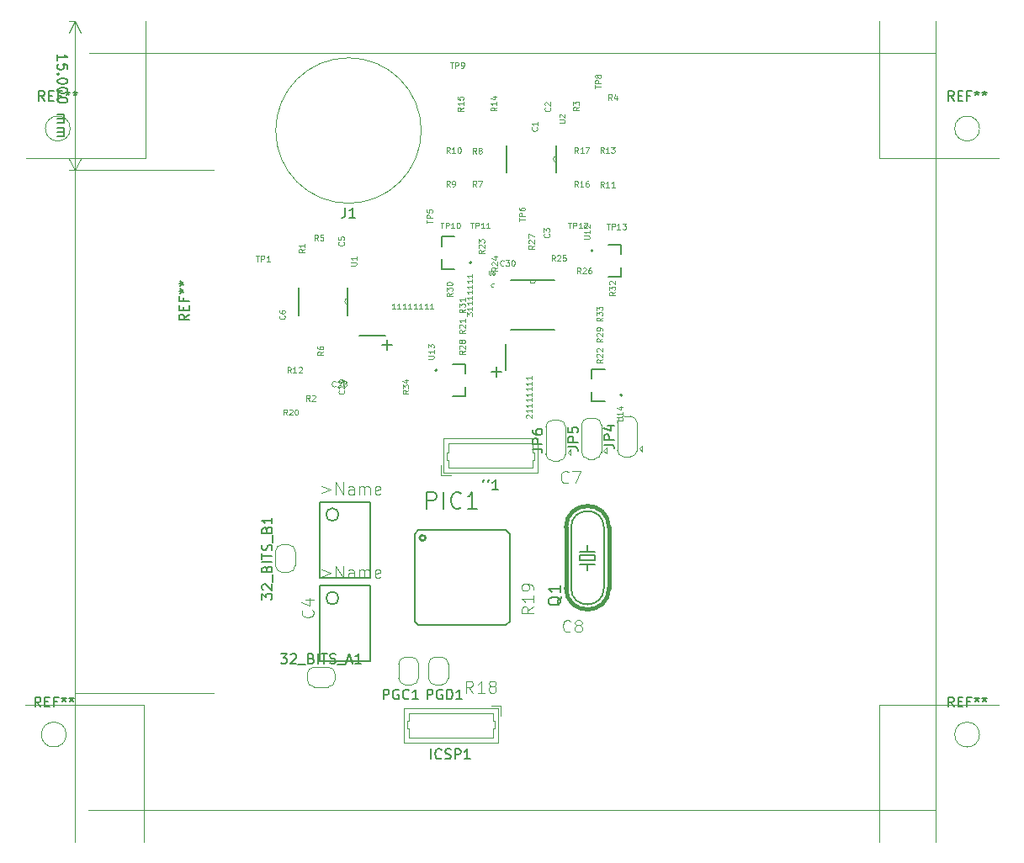
<source format=gbr>
G04 #@! TF.GenerationSoftware,KiCad,Pcbnew,(5.1.2)-2*
G04 #@! TF.CreationDate,2022-01-19T07:15:10-03:00*
G04 #@! TF.ProjectId,MAG_Plus,4d41475f-506c-4757-932e-6b696361645f,rev?*
G04 #@! TF.SameCoordinates,Original*
G04 #@! TF.FileFunction,Legend,Top*
G04 #@! TF.FilePolarity,Positive*
%FSLAX46Y46*%
G04 Gerber Fmt 4.6, Leading zero omitted, Abs format (unit mm)*
G04 Created by KiCad (PCBNEW (5.1.2)-2) date 2022-01-19 07:15:10*
%MOMM*%
%LPD*%
G04 APERTURE LIST*
%ADD10C,0.120000*%
%ADD11C,0.150000*%
%ADD12C,0.127000*%
%ADD13C,0.200000*%
%ADD14C,0.152400*%
%ADD15C,0.203200*%
%ADD16C,0.254000*%
%ADD17C,0.406400*%
%ADD18C,0.101600*%
%ADD19C,0.046329*%
%ADD20C,0.038608*%
%ADD21C,0.057912*%
%ADD22C,0.115824*%
%ADD23C,0.142240*%
G04 APERTURE END LIST*
D10*
X30900000Y-79600000D02*
X16900000Y-79600000D01*
X16900000Y-27000000D02*
X30910000Y-27000000D01*
X30910000Y-27000000D02*
X16900000Y-27000000D01*
D11*
X15177619Y-15928571D02*
X15177619Y-15357142D01*
X15177619Y-15642857D02*
X16177619Y-15642857D01*
X16034761Y-15547619D01*
X15939523Y-15452380D01*
X15891904Y-15357142D01*
X16177619Y-16833333D02*
X16177619Y-16357142D01*
X15701428Y-16309523D01*
X15749047Y-16357142D01*
X15796666Y-16452380D01*
X15796666Y-16690476D01*
X15749047Y-16785714D01*
X15701428Y-16833333D01*
X15606190Y-16880952D01*
X15368095Y-16880952D01*
X15272857Y-16833333D01*
X15225238Y-16785714D01*
X15177619Y-16690476D01*
X15177619Y-16452380D01*
X15225238Y-16357142D01*
X15272857Y-16309523D01*
X15272857Y-17309523D02*
X15225238Y-17357142D01*
X15177619Y-17309523D01*
X15225238Y-17261904D01*
X15272857Y-17309523D01*
X15177619Y-17309523D01*
X16177619Y-17976190D02*
X16177619Y-18071428D01*
X16130000Y-18166666D01*
X16082380Y-18214285D01*
X15987142Y-18261904D01*
X15796666Y-18309523D01*
X15558571Y-18309523D01*
X15368095Y-18261904D01*
X15272857Y-18214285D01*
X15225238Y-18166666D01*
X15177619Y-18071428D01*
X15177619Y-17976190D01*
X15225238Y-17880952D01*
X15272857Y-17833333D01*
X15368095Y-17785714D01*
X15558571Y-17738095D01*
X15796666Y-17738095D01*
X15987142Y-17785714D01*
X16082380Y-17833333D01*
X16130000Y-17880952D01*
X16177619Y-17976190D01*
X16177619Y-18928571D02*
X16177619Y-19023809D01*
X16130000Y-19119047D01*
X16082380Y-19166666D01*
X15987142Y-19214285D01*
X15796666Y-19261904D01*
X15558571Y-19261904D01*
X15368095Y-19214285D01*
X15272857Y-19166666D01*
X15225238Y-19119047D01*
X15177619Y-19023809D01*
X15177619Y-18928571D01*
X15225238Y-18833333D01*
X15272857Y-18785714D01*
X15368095Y-18738095D01*
X15558571Y-18690476D01*
X15796666Y-18690476D01*
X15987142Y-18738095D01*
X16082380Y-18785714D01*
X16130000Y-18833333D01*
X16177619Y-18928571D01*
X16177619Y-19880952D02*
X16177619Y-19976190D01*
X16130000Y-20071428D01*
X16082380Y-20119047D01*
X15987142Y-20166666D01*
X15796666Y-20214285D01*
X15558571Y-20214285D01*
X15368095Y-20166666D01*
X15272857Y-20119047D01*
X15225238Y-20071428D01*
X15177619Y-19976190D01*
X15177619Y-19880952D01*
X15225238Y-19785714D01*
X15272857Y-19738095D01*
X15368095Y-19690476D01*
X15558571Y-19642857D01*
X15796666Y-19642857D01*
X15987142Y-19690476D01*
X16082380Y-19738095D01*
X16130000Y-19785714D01*
X16177619Y-19880952D01*
X15177619Y-21404761D02*
X15844285Y-21404761D01*
X15749047Y-21404761D02*
X15796666Y-21452380D01*
X15844285Y-21547619D01*
X15844285Y-21690476D01*
X15796666Y-21785714D01*
X15701428Y-21833333D01*
X15177619Y-21833333D01*
X15701428Y-21833333D02*
X15796666Y-21880952D01*
X15844285Y-21976190D01*
X15844285Y-22119047D01*
X15796666Y-22214285D01*
X15701428Y-22261904D01*
X15177619Y-22261904D01*
X15177619Y-22738095D02*
X15844285Y-22738095D01*
X15749047Y-22738095D02*
X15796666Y-22785714D01*
X15844285Y-22880952D01*
X15844285Y-23023809D01*
X15796666Y-23119047D01*
X15701428Y-23166666D01*
X15177619Y-23166666D01*
X15701428Y-23166666D02*
X15796666Y-23214285D01*
X15844285Y-23309523D01*
X15844285Y-23452380D01*
X15796666Y-23547619D01*
X15701428Y-23595238D01*
X15177619Y-23595238D01*
D10*
X16900000Y-12000000D02*
X16900000Y-27000000D01*
X16900000Y-12000000D02*
X16313579Y-12000000D01*
X16900000Y-27000000D02*
X16313579Y-27000000D01*
X16900000Y-27000000D02*
X16313579Y-25873496D01*
X16900000Y-27000000D02*
X17486421Y-25873496D01*
X16900000Y-12000000D02*
X16313579Y-13126504D01*
X16900000Y-12000000D02*
X17486421Y-13126504D01*
X16900000Y-94600000D02*
X16900000Y-12000000D01*
X23900000Y-94600000D02*
X23900000Y-80800000D01*
X18300000Y-91400000D02*
X103500000Y-91400000D01*
X97900000Y-80800000D02*
X97900000Y-94600000D01*
X109900000Y-80800000D02*
X97900000Y-80800000D01*
X97900000Y-25800000D02*
X109900000Y-25800000D01*
X97900000Y-12000000D02*
X97900000Y-25800000D01*
X12000000Y-25800000D02*
X24000000Y-25800000D01*
X11900000Y-80800000D02*
X23900000Y-80800000D01*
X109900000Y-80800000D02*
X97900000Y-80800000D01*
X109900000Y-25800000D02*
X97900000Y-25800000D01*
X24000000Y-12000000D02*
X24000000Y-25800000D01*
X97900000Y-80800000D02*
X97900000Y-94600000D01*
X103500000Y-15200000D02*
X18400000Y-15200000D01*
X103500000Y-12000000D02*
X103500000Y-94600000D01*
X107950000Y-83800000D02*
G75*
G03X107950000Y-83800000I-1250000J0D01*
G01*
X107950000Y-22800000D02*
G75*
G03X107950000Y-22800000I-1250000J0D01*
G01*
X16450000Y-22800000D02*
G75*
G03X16450000Y-22800000I-1250000J0D01*
G01*
X16050000Y-83800000D02*
G75*
G03X16050000Y-83800000I-1250000J0D01*
G01*
D12*
X46640000Y-60390000D02*
X41560000Y-60390000D01*
X41560000Y-60390000D02*
X41560000Y-68010000D01*
X41560000Y-68010000D02*
X46640000Y-68010000D01*
X46640000Y-68010000D02*
X46640000Y-60390000D01*
X43465000Y-61660000D02*
G75*
G03X43465000Y-61660000I-635000J0D01*
G01*
X43465000Y-70060000D02*
G75*
G03X43465000Y-70060000I-635000J0D01*
G01*
X46640000Y-76410000D02*
X46640000Y-68790000D01*
X41560000Y-76410000D02*
X46640000Y-76410000D01*
X41560000Y-68790000D02*
X41560000Y-76410000D01*
X46640000Y-68790000D02*
X41560000Y-68790000D01*
D13*
X56850000Y-36300000D02*
G75*
G03X56850000Y-36300000I-100000J0D01*
G01*
D12*
X53800000Y-33685000D02*
X55100000Y-33685000D01*
X53800000Y-34635000D02*
X53800000Y-33685000D01*
X53800000Y-36915000D02*
X53800000Y-35965000D01*
X55100000Y-36915000D02*
X53800000Y-36915000D01*
X70600000Y-34485000D02*
X71900000Y-34485000D01*
X71900000Y-34485000D02*
X71900000Y-35435000D01*
X71900000Y-36765000D02*
X71900000Y-37715000D01*
X71900000Y-37715000D02*
X70600000Y-37715000D01*
D13*
X69050000Y-35100000D02*
G75*
G03X69050000Y-35100000I-100000J0D01*
G01*
D10*
X62695200Y-38090800D02*
G75*
G03X63304800Y-38090800I304800J0D01*
G01*
X59113801Y-38446401D02*
G75*
G03X59113800Y-38802000I-92557J-177799D01*
G01*
D14*
X62695200Y-38090800D02*
X60790200Y-38090800D01*
X63304800Y-38090800D02*
X62695200Y-38090800D01*
X65209800Y-38090800D02*
X63304800Y-38090800D01*
X60790200Y-43069200D02*
X65209800Y-43069200D01*
X60380800Y-24498400D02*
X60380800Y-27241600D01*
X65359200Y-27241600D02*
X65359200Y-26174800D01*
X65359200Y-26174800D02*
X65359200Y-25565200D01*
X65359200Y-25565200D02*
X65359200Y-24498400D01*
D10*
X65359200Y-25565200D02*
G75*
G03X65359200Y-26174800I0J-304800D01*
G01*
D12*
X48374000Y-44048000D02*
X48374000Y-45064000D01*
X48882000Y-44556000D02*
X47866000Y-44556000D01*
D15*
X48161000Y-43641000D02*
X45564000Y-43641000D01*
D12*
X59882000Y-47304000D02*
X58866000Y-47304000D01*
X59374000Y-47812000D02*
X59374000Y-46796000D01*
D15*
X60289000Y-47091000D02*
X60289000Y-44494000D01*
D10*
X44389200Y-39895200D02*
G75*
G03X44389200Y-40504800I0J-304800D01*
G01*
D14*
X44389200Y-39895200D02*
X44389200Y-38828400D01*
X44389200Y-40504800D02*
X44389200Y-39895200D01*
X44389200Y-41571600D02*
X44389200Y-40504800D01*
X39410800Y-38828400D02*
X39410800Y-41571600D01*
D12*
X54930000Y-46525000D02*
X56230000Y-46525000D01*
X56230000Y-46525000D02*
X56230000Y-47475000D01*
X56230000Y-48805000D02*
X56230000Y-49755000D01*
X56230000Y-49755000D02*
X54930000Y-49755000D01*
D13*
X53380000Y-47140000D02*
G75*
G03X53380000Y-47140000I-100000J0D01*
G01*
X71990000Y-49620000D02*
G75*
G03X71990000Y-49620000I-100000J0D01*
G01*
D12*
X68940000Y-47005000D02*
X70240000Y-47005000D01*
X68940000Y-47955000D02*
X68940000Y-47005000D01*
X68940000Y-50235000D02*
X68940000Y-49285000D01*
X70240000Y-50235000D02*
X68940000Y-50235000D01*
D15*
X51100000Y-63600000D02*
X51500000Y-63200000D01*
X51500000Y-63200000D02*
X60300000Y-63200000D01*
X60300000Y-63200000D02*
X60700000Y-63600000D01*
X60700000Y-63600000D02*
X60700000Y-72400000D01*
X60700000Y-72400000D02*
X60300000Y-72800000D01*
X60300000Y-72800000D02*
X51500000Y-72800000D01*
X51500000Y-72800000D02*
X51100000Y-72400000D01*
X51100000Y-72400000D02*
X51100000Y-63600000D01*
D16*
X52182700Y-64000000D02*
G75*
G03X52182700Y-64000000I-282700J0D01*
G01*
D17*
X70659000Y-69048000D02*
X70659000Y-62952000D01*
X66341000Y-69048000D02*
X66341000Y-62952000D01*
D14*
X70151000Y-69048000D02*
X70151000Y-62952000D01*
X66849000Y-62952000D02*
X66849000Y-69048000D01*
X67738000Y-66254000D02*
X67738000Y-65746000D01*
X67738000Y-65746000D02*
X69262000Y-65746000D01*
X69262000Y-65746000D02*
X69262000Y-66254000D01*
X69262000Y-66254000D02*
X67738000Y-66254000D01*
X67738000Y-65365000D02*
X68500000Y-65365000D01*
X68500000Y-65365000D02*
X69262000Y-65365000D01*
X67738000Y-66635000D02*
X68500000Y-66635000D01*
X68500000Y-66635000D02*
X69262000Y-66635000D01*
X68500000Y-65365000D02*
X68500000Y-64730000D01*
X68500000Y-66635000D02*
X68500000Y-67270000D01*
D17*
X70659000Y-69048000D02*
G75*
G02X66341000Y-69048000I-2159000J0D01*
G01*
X66341000Y-62952000D02*
G75*
G02X70659000Y-62952000I2159000J0D01*
G01*
D14*
X70151000Y-69048000D02*
G75*
G02X66849000Y-69048000I-1651000J0D01*
G01*
X66849000Y-62952000D02*
G75*
G02X70151000Y-62952000I1651000J0D01*
G01*
D10*
X49500000Y-76700000D02*
G75*
G02X50200000Y-76000000I700000J0D01*
G01*
X50800000Y-76000000D02*
G75*
G02X51500000Y-76700000I0J-700000D01*
G01*
X51500000Y-78100000D02*
G75*
G02X50800000Y-78800000I-700000J0D01*
G01*
X50200000Y-78800000D02*
G75*
G02X49500000Y-78100000I0J700000D01*
G01*
X50800000Y-78800000D02*
X50200000Y-78800000D01*
X51500000Y-76700000D02*
X51500000Y-78100000D01*
X50200000Y-76000000D02*
X50800000Y-76000000D01*
X49500000Y-78100000D02*
X49500000Y-76700000D01*
X52500000Y-78100000D02*
X52500000Y-76700000D01*
X53200000Y-76000000D02*
X53800000Y-76000000D01*
X54500000Y-76700000D02*
X54500000Y-78100000D01*
X53800000Y-78800000D02*
X53200000Y-78800000D01*
X53200000Y-78800000D02*
G75*
G02X52500000Y-78100000I0J700000D01*
G01*
X54500000Y-78100000D02*
G75*
G02X53800000Y-78800000I-700000J0D01*
G01*
X53800000Y-76000000D02*
G75*
G02X54500000Y-76700000I0J-700000D01*
G01*
X52500000Y-76700000D02*
G75*
G02X53200000Y-76000000I700000J0D01*
G01*
X42400000Y-77000000D02*
G75*
G02X43100000Y-77700000I0J-700000D01*
G01*
X43100000Y-78300000D02*
G75*
G02X42400000Y-79000000I-700000J0D01*
G01*
X41000000Y-79000000D02*
G75*
G02X40300000Y-78300000I0J700000D01*
G01*
X40300000Y-77700000D02*
G75*
G02X41000000Y-77000000I700000J0D01*
G01*
X40300000Y-78300000D02*
X40300000Y-77700000D01*
X42400000Y-79000000D02*
X41000000Y-79000000D01*
X43100000Y-77700000D02*
X43100000Y-78300000D01*
X41000000Y-77000000D02*
X42400000Y-77000000D01*
X37100000Y-66775001D02*
X37100000Y-65375001D01*
X37800000Y-64675001D02*
X38400000Y-64675001D01*
X39100000Y-65375001D02*
X39100000Y-66775001D01*
X38400000Y-67475001D02*
X37800000Y-67475001D01*
X37800000Y-67475001D02*
G75*
G02X37100000Y-66775001I0J700000D01*
G01*
X39100000Y-66775001D02*
G75*
G02X38400000Y-67475001I-700000J0D01*
G01*
X38400000Y-64675001D02*
G75*
G02X39100000Y-65375001I0J-700000D01*
G01*
X37100000Y-65375001D02*
G75*
G02X37800000Y-64675001I700000J0D01*
G01*
X53980000Y-53965000D02*
X53980000Y-57465000D01*
X53980000Y-57465000D02*
X63530000Y-57465000D01*
X63530000Y-57465000D02*
X63530000Y-53965000D01*
X63530000Y-53965000D02*
X53980000Y-53965000D01*
X58755000Y-56915000D02*
X54530000Y-56915000D01*
X54530000Y-56915000D02*
X54530000Y-56190000D01*
X54530000Y-56190000D02*
X54330000Y-56190000D01*
X54330000Y-56190000D02*
X54330000Y-55390000D01*
X54330000Y-55390000D02*
X54530000Y-55390000D01*
X54530000Y-55390000D02*
X54530000Y-54515000D01*
X54530000Y-54515000D02*
X58755000Y-54515000D01*
X58755000Y-56915000D02*
X62980000Y-56915000D01*
X62980000Y-56915000D02*
X62980000Y-56190000D01*
X62980000Y-56190000D02*
X63180000Y-56190000D01*
X63180000Y-56190000D02*
X63180000Y-55390000D01*
X63180000Y-55390000D02*
X62980000Y-55390000D01*
X62980000Y-55390000D02*
X62980000Y-54515000D01*
X62980000Y-54515000D02*
X58755000Y-54515000D01*
X53730000Y-57715000D02*
X53730000Y-56715000D01*
X53730000Y-57715000D02*
X54730000Y-57715000D01*
X59800000Y-80875000D02*
X58800000Y-80875000D01*
X59800000Y-80875000D02*
X59800000Y-81875000D01*
X50550000Y-84075000D02*
X54775000Y-84075000D01*
X50550000Y-83200000D02*
X50550000Y-84075000D01*
X50350000Y-83200000D02*
X50550000Y-83200000D01*
X50350000Y-82400000D02*
X50350000Y-83200000D01*
X50550000Y-82400000D02*
X50350000Y-82400000D01*
X50550000Y-81675000D02*
X50550000Y-82400000D01*
X54775000Y-81675000D02*
X50550000Y-81675000D01*
X59000000Y-84075000D02*
X54775000Y-84075000D01*
X59000000Y-83200000D02*
X59000000Y-84075000D01*
X59200000Y-83200000D02*
X59000000Y-83200000D01*
X59200000Y-82400000D02*
X59200000Y-83200000D01*
X59000000Y-82400000D02*
X59200000Y-82400000D01*
X59000000Y-81675000D02*
X59000000Y-82400000D01*
X54775000Y-81675000D02*
X59000000Y-81675000D01*
X50000000Y-84625000D02*
X59550000Y-84625000D01*
X50000000Y-81125000D02*
X50000000Y-84625000D01*
X59550000Y-81125000D02*
X50000000Y-81125000D01*
X59550000Y-84625000D02*
X59550000Y-81125000D01*
X73700000Y-55000000D02*
X74000000Y-54700000D01*
X74000000Y-55300000D02*
X74000000Y-54700000D01*
X73700000Y-55000000D02*
X74000000Y-55300000D01*
X72800000Y-55850000D02*
X72200000Y-55850000D01*
X73500000Y-52400000D02*
X73500000Y-55200000D01*
X72200000Y-51750000D02*
X72800000Y-51750000D01*
X71500000Y-55200000D02*
X71500000Y-52400000D01*
X71500000Y-52450000D02*
G75*
G02X72200000Y-51750000I700000J0D01*
G01*
X72800000Y-51750000D02*
G75*
G02X73500000Y-52450000I0J-700000D01*
G01*
X73500000Y-55150000D02*
G75*
G02X72800000Y-55850000I-700000J0D01*
G01*
X72200000Y-55850000D02*
G75*
G02X71500000Y-55150000I0J700000D01*
G01*
X68600000Y-56050000D02*
G75*
G02X67900000Y-55350000I0J700000D01*
G01*
X69900000Y-55350000D02*
G75*
G02X69200000Y-56050000I-700000J0D01*
G01*
X69200000Y-51950000D02*
G75*
G02X69900000Y-52650000I0J-700000D01*
G01*
X67900000Y-52650000D02*
G75*
G02X68600000Y-51950000I700000J0D01*
G01*
X67900000Y-55400000D02*
X67900000Y-52600000D01*
X68600000Y-51950000D02*
X69200000Y-51950000D01*
X69900000Y-52600000D02*
X69900000Y-55400000D01*
X69200000Y-56050000D02*
X68600000Y-56050000D01*
X70100000Y-55200000D02*
X70400000Y-55500000D01*
X70400000Y-55500000D02*
X70400000Y-54900000D01*
X70100000Y-55200000D02*
X70400000Y-54900000D01*
X66500000Y-55400000D02*
X66800000Y-55100000D01*
X66800000Y-55700000D02*
X66800000Y-55100000D01*
X66500000Y-55400000D02*
X66800000Y-55700000D01*
X65600000Y-56250000D02*
X65000000Y-56250000D01*
X66300000Y-52800000D02*
X66300000Y-55600000D01*
X65000000Y-52150000D02*
X65600000Y-52150000D01*
X64300000Y-55600000D02*
X64300000Y-52800000D01*
X64300000Y-52850000D02*
G75*
G02X65000000Y-52150000I700000J0D01*
G01*
X65600000Y-52150000D02*
G75*
G02X66300000Y-52850000I0J-700000D01*
G01*
X66300000Y-55550000D02*
G75*
G02X65600000Y-56250000I-700000J0D01*
G01*
X65000000Y-56250000D02*
G75*
G02X64300000Y-55550000I0J700000D01*
G01*
X51770000Y-23000000D02*
G75*
G03X51770000Y-23000000I-7320000J0D01*
G01*
D18*
X41714864Y-58813839D02*
X42634103Y-59158553D01*
X41714864Y-59503267D01*
X43208626Y-59618172D02*
X43208626Y-58411672D01*
X43898055Y-59618172D01*
X43898055Y-58411672D01*
X44989650Y-59618172D02*
X44989650Y-58986196D01*
X44932198Y-58871291D01*
X44817293Y-58813839D01*
X44587483Y-58813839D01*
X44472579Y-58871291D01*
X44989650Y-59560720D02*
X44874745Y-59618172D01*
X44587483Y-59618172D01*
X44472579Y-59560720D01*
X44415126Y-59445815D01*
X44415126Y-59330910D01*
X44472579Y-59216005D01*
X44587483Y-59158553D01*
X44874745Y-59158553D01*
X44989650Y-59101101D01*
X45564174Y-59618172D02*
X45564174Y-58813839D01*
X45564174Y-58928744D02*
X45621626Y-58871291D01*
X45736531Y-58813839D01*
X45908888Y-58813839D01*
X46023793Y-58871291D01*
X46081245Y-58986196D01*
X46081245Y-59618172D01*
X46081245Y-58986196D02*
X46138698Y-58871291D01*
X46253603Y-58813839D01*
X46425960Y-58813839D01*
X46540864Y-58871291D01*
X46598317Y-58986196D01*
X46598317Y-59618172D01*
X47632460Y-59560720D02*
X47517555Y-59618172D01*
X47287745Y-59618172D01*
X47172841Y-59560720D01*
X47115388Y-59445815D01*
X47115388Y-58986196D01*
X47172841Y-58871291D01*
X47287745Y-58813839D01*
X47517555Y-58813839D01*
X47632460Y-58871291D01*
X47689912Y-58986196D01*
X47689912Y-59101101D01*
X47115388Y-59216005D01*
X41714864Y-67213839D02*
X42634103Y-67558553D01*
X41714864Y-67903267D01*
X43208626Y-68018172D02*
X43208626Y-66811672D01*
X43898055Y-68018172D01*
X43898055Y-66811672D01*
X44989650Y-68018172D02*
X44989650Y-67386196D01*
X44932198Y-67271291D01*
X44817293Y-67213839D01*
X44587483Y-67213839D01*
X44472579Y-67271291D01*
X44989650Y-67960720D02*
X44874745Y-68018172D01*
X44587483Y-68018172D01*
X44472579Y-67960720D01*
X44415126Y-67845815D01*
X44415126Y-67730910D01*
X44472579Y-67616005D01*
X44587483Y-67558553D01*
X44874745Y-67558553D01*
X44989650Y-67501101D01*
X45564174Y-68018172D02*
X45564174Y-67213839D01*
X45564174Y-67328744D02*
X45621626Y-67271291D01*
X45736531Y-67213839D01*
X45908888Y-67213839D01*
X46023793Y-67271291D01*
X46081245Y-67386196D01*
X46081245Y-68018172D01*
X46081245Y-67386196D02*
X46138698Y-67271291D01*
X46253603Y-67213839D01*
X46425960Y-67213839D01*
X46540864Y-67271291D01*
X46598317Y-67386196D01*
X46598317Y-68018172D01*
X47632460Y-67960720D02*
X47517555Y-68018172D01*
X47287745Y-68018172D01*
X47172841Y-67960720D01*
X47115388Y-67845815D01*
X47115388Y-67386196D01*
X47172841Y-67271291D01*
X47287745Y-67213839D01*
X47517555Y-67213839D01*
X47632460Y-67271291D01*
X47689912Y-67386196D01*
X47689912Y-67501101D01*
X47115388Y-67616005D01*
D19*
X55996542Y-20666074D02*
X55720771Y-20859114D01*
X55996542Y-20997000D02*
X55417422Y-20997000D01*
X55417422Y-20776383D01*
X55445000Y-20721229D01*
X55472577Y-20693651D01*
X55527731Y-20666074D01*
X55610462Y-20666074D01*
X55665617Y-20693651D01*
X55693194Y-20721229D01*
X55720771Y-20776383D01*
X55720771Y-20997000D01*
X55996542Y-20114531D02*
X55996542Y-20445457D01*
X55996542Y-20279994D02*
X55417422Y-20279994D01*
X55500154Y-20335149D01*
X55555308Y-20390303D01*
X55582885Y-20445457D01*
X55417422Y-19590566D02*
X55417422Y-19866337D01*
X55693194Y-19893914D01*
X55665617Y-19866337D01*
X55638040Y-19811183D01*
X55638040Y-19673297D01*
X55665617Y-19618143D01*
X55693194Y-19590566D01*
X55748348Y-19562989D01*
X55886234Y-19562989D01*
X55941388Y-19590566D01*
X55968965Y-19618143D01*
X55996542Y-19673297D01*
X55996542Y-19811183D01*
X55968965Y-19866337D01*
X55941388Y-19893914D01*
X59356542Y-20656074D02*
X59080771Y-20849114D01*
X59356542Y-20987000D02*
X58777422Y-20987000D01*
X58777422Y-20766383D01*
X58805000Y-20711229D01*
X58832577Y-20683651D01*
X58887731Y-20656074D01*
X58970462Y-20656074D01*
X59025617Y-20683651D01*
X59053194Y-20711229D01*
X59080771Y-20766383D01*
X59080771Y-20987000D01*
X59356542Y-20104531D02*
X59356542Y-20435457D01*
X59356542Y-20269994D02*
X58777422Y-20269994D01*
X58860154Y-20325149D01*
X58915308Y-20380303D01*
X58942885Y-20435457D01*
X58970462Y-19608143D02*
X59356542Y-19608143D01*
X58749845Y-19746029D02*
X59163502Y-19883914D01*
X59163502Y-19525411D01*
X56343302Y-41659725D02*
X56343302Y-41301222D01*
X56563920Y-41494262D01*
X56563920Y-41411530D01*
X56591497Y-41356376D01*
X56619074Y-41328799D01*
X56674228Y-41301222D01*
X56812114Y-41301222D01*
X56867268Y-41328799D01*
X56894845Y-41356376D01*
X56922422Y-41411530D01*
X56922422Y-41576993D01*
X56894845Y-41632148D01*
X56867268Y-41659725D01*
X56922422Y-40749679D02*
X56922422Y-41080605D01*
X56922422Y-40915142D02*
X56343302Y-40915142D01*
X56426034Y-40970296D01*
X56481188Y-41025450D01*
X56508765Y-41080605D01*
X56922422Y-40198136D02*
X56922422Y-40529062D01*
X56922422Y-40363599D02*
X56343302Y-40363599D01*
X56426034Y-40418753D01*
X56481188Y-40473908D01*
X56508765Y-40529062D01*
X56922422Y-39646593D02*
X56922422Y-39977519D01*
X56922422Y-39812056D02*
X56343302Y-39812056D01*
X56426034Y-39867210D01*
X56481188Y-39922365D01*
X56508765Y-39977519D01*
X56922422Y-39095050D02*
X56922422Y-39425976D01*
X56922422Y-39260513D02*
X56343302Y-39260513D01*
X56426034Y-39315668D01*
X56481188Y-39370822D01*
X56508765Y-39425976D01*
X56922422Y-38543508D02*
X56922422Y-38874433D01*
X56922422Y-38708970D02*
X56343302Y-38708970D01*
X56426034Y-38764125D01*
X56481188Y-38819279D01*
X56508765Y-38874433D01*
X56922422Y-37991965D02*
X56922422Y-38322890D01*
X56922422Y-38157428D02*
X56343302Y-38157428D01*
X56426034Y-38212582D01*
X56481188Y-38267736D01*
X56508765Y-38322890D01*
X56922422Y-37440422D02*
X56922422Y-37771348D01*
X56922422Y-37605885D02*
X56343302Y-37605885D01*
X56426034Y-37661039D01*
X56481188Y-37716193D01*
X56508765Y-37771348D01*
X68143302Y-33932000D02*
X68612114Y-33932000D01*
X68667268Y-33904423D01*
X68694845Y-33876846D01*
X68722422Y-33821691D01*
X68722422Y-33711383D01*
X68694845Y-33656229D01*
X68667268Y-33628651D01*
X68612114Y-33601074D01*
X68143302Y-33601074D01*
X68722422Y-33021954D02*
X68722422Y-33352880D01*
X68722422Y-33187417D02*
X68143302Y-33187417D01*
X68226034Y-33242571D01*
X68281188Y-33297726D01*
X68308765Y-33352880D01*
X68198457Y-32801337D02*
X68170880Y-32773760D01*
X68143302Y-32718606D01*
X68143302Y-32580720D01*
X68170880Y-32525566D01*
X68198457Y-32497989D01*
X68253611Y-32470411D01*
X68308765Y-32470411D01*
X68391497Y-32497989D01*
X68722422Y-32828914D01*
X68722422Y-32470411D01*
X56166542Y-40976074D02*
X55890771Y-41169114D01*
X56166542Y-41307000D02*
X55587422Y-41307000D01*
X55587422Y-41086383D01*
X55615000Y-41031229D01*
X55642577Y-41003651D01*
X55697731Y-40976074D01*
X55780462Y-40976074D01*
X55835617Y-41003651D01*
X55863194Y-41031229D01*
X55890771Y-41086383D01*
X55890771Y-41307000D01*
X55587422Y-40783034D02*
X55587422Y-40424531D01*
X55808040Y-40617571D01*
X55808040Y-40534840D01*
X55835617Y-40479686D01*
X55863194Y-40452109D01*
X55918348Y-40424531D01*
X56056234Y-40424531D01*
X56111388Y-40452109D01*
X56138965Y-40479686D01*
X56166542Y-40534840D01*
X56166542Y-40700303D01*
X56138965Y-40755457D01*
X56111388Y-40783034D01*
X56166542Y-39872989D02*
X56166542Y-40203914D01*
X56166542Y-40038451D02*
X55587422Y-40038451D01*
X55670154Y-40093606D01*
X55725308Y-40148760D01*
X55752885Y-40203914D01*
D20*
X58557688Y-37119004D02*
X58557688Y-37431545D01*
X58576072Y-37468314D01*
X58594457Y-37486699D01*
X58631227Y-37505084D01*
X58704766Y-37505084D01*
X58741535Y-37486699D01*
X58759920Y-37468314D01*
X58778305Y-37431545D01*
X58778305Y-37119004D01*
X59127615Y-37119004D02*
X59054076Y-37119004D01*
X59017307Y-37137389D01*
X58998922Y-37155773D01*
X58962152Y-37210928D01*
X58943768Y-37284467D01*
X58943768Y-37431545D01*
X58962152Y-37468314D01*
X58980537Y-37486699D01*
X59017307Y-37505084D01*
X59090846Y-37505084D01*
X59127615Y-37486699D01*
X59146000Y-37468314D01*
X59164385Y-37431545D01*
X59164385Y-37339621D01*
X59146000Y-37302851D01*
X59127615Y-37284467D01*
X59090846Y-37266082D01*
X59017307Y-37266082D01*
X58980537Y-37284467D01*
X58962152Y-37302851D01*
X58943768Y-37339621D01*
D19*
X64722268Y-20696965D02*
X64749845Y-20724542D01*
X64777422Y-20807273D01*
X64777422Y-20862428D01*
X64749845Y-20945159D01*
X64694691Y-21000313D01*
X64639537Y-21027890D01*
X64529228Y-21055468D01*
X64446497Y-21055468D01*
X64336188Y-21027890D01*
X64281034Y-21000313D01*
X64225880Y-20945159D01*
X64198302Y-20862428D01*
X64198302Y-20807273D01*
X64225880Y-20724542D01*
X64253457Y-20696965D01*
X64253457Y-20476348D02*
X64225880Y-20448770D01*
X64198302Y-20393616D01*
X64198302Y-20255730D01*
X64225880Y-20200576D01*
X64253457Y-20172999D01*
X64308611Y-20145422D01*
X64363765Y-20145422D01*
X64446497Y-20172999D01*
X64777422Y-20503925D01*
X64777422Y-20145422D01*
X63402268Y-22686965D02*
X63429845Y-22714542D01*
X63457422Y-22797273D01*
X63457422Y-22852428D01*
X63429845Y-22935159D01*
X63374691Y-22990313D01*
X63319537Y-23017890D01*
X63209228Y-23045468D01*
X63126497Y-23045468D01*
X63016188Y-23017890D01*
X62961034Y-22990313D01*
X62905880Y-22935159D01*
X62878302Y-22852428D01*
X62878302Y-22797273D01*
X62905880Y-22714542D01*
X62933457Y-22686965D01*
X63457422Y-22135422D02*
X63457422Y-22466348D01*
X63457422Y-22300885D02*
X62878302Y-22300885D01*
X62961034Y-22356039D01*
X63016188Y-22411193D01*
X63043765Y-22466348D01*
D21*
X65647970Y-22245438D02*
X66116782Y-22245438D01*
X66171936Y-22217860D01*
X66199513Y-22190283D01*
X66227090Y-22135129D01*
X66227090Y-22024820D01*
X66199513Y-21969666D01*
X66171936Y-21942089D01*
X66116782Y-21914512D01*
X65647970Y-21914512D01*
X65703125Y-21666318D02*
X65675548Y-21638740D01*
X65647970Y-21583586D01*
X65647970Y-21445700D01*
X65675548Y-21390546D01*
X65703125Y-21362969D01*
X65758279Y-21335392D01*
X65813433Y-21335392D01*
X65896165Y-21362969D01*
X66227090Y-21693895D01*
X66227090Y-21335392D01*
X54676797Y-16123302D02*
X55007722Y-16123302D01*
X54842259Y-16702422D02*
X54842259Y-16123302D01*
X55200762Y-16702422D02*
X55200762Y-16123302D01*
X55421379Y-16123302D01*
X55476534Y-16150880D01*
X55504111Y-16178457D01*
X55531688Y-16233611D01*
X55531688Y-16316342D01*
X55504111Y-16371497D01*
X55476534Y-16399074D01*
X55421379Y-16426651D01*
X55200762Y-16426651D01*
X55807459Y-16702422D02*
X55917768Y-16702422D01*
X55972922Y-16674845D01*
X56000499Y-16647268D01*
X56055654Y-16564537D01*
X56083231Y-16454228D01*
X56083231Y-16233611D01*
X56055654Y-16178457D01*
X56028077Y-16150880D01*
X55972922Y-16123302D01*
X55862614Y-16123302D01*
X55807459Y-16150880D01*
X55779882Y-16178457D01*
X55752305Y-16233611D01*
X55752305Y-16371497D01*
X55779882Y-16426651D01*
X55807459Y-16454228D01*
X55862614Y-16481805D01*
X55972922Y-16481805D01*
X56028077Y-16454228D01*
X56055654Y-16426651D01*
X56083231Y-16371497D01*
D11*
X28402380Y-41493333D02*
X27926190Y-41826666D01*
X28402380Y-42064761D02*
X27402380Y-42064761D01*
X27402380Y-41683809D01*
X27450000Y-41588571D01*
X27497619Y-41540952D01*
X27592857Y-41493333D01*
X27735714Y-41493333D01*
X27830952Y-41540952D01*
X27878571Y-41588571D01*
X27926190Y-41683809D01*
X27926190Y-42064761D01*
X27878571Y-41064761D02*
X27878571Y-40731428D01*
X28402380Y-40588571D02*
X28402380Y-41064761D01*
X27402380Y-41064761D01*
X27402380Y-40588571D01*
X27878571Y-39826666D02*
X27878571Y-40160000D01*
X28402380Y-40160000D02*
X27402380Y-40160000D01*
X27402380Y-39683809D01*
X27402380Y-39160000D02*
X27640476Y-39160000D01*
X27545238Y-39398095D02*
X27640476Y-39160000D01*
X27545238Y-38921904D01*
X27830952Y-39302857D02*
X27640476Y-39160000D01*
X27830952Y-39017142D01*
X27402380Y-38398095D02*
X27640476Y-38398095D01*
X27545238Y-38636190D02*
X27640476Y-38398095D01*
X27545238Y-38160000D01*
X27830952Y-38540952D02*
X27640476Y-38398095D01*
X27830952Y-38255238D01*
X105366666Y-81012380D02*
X105033333Y-80536190D01*
X104795238Y-81012380D02*
X104795238Y-80012380D01*
X105176190Y-80012380D01*
X105271428Y-80060000D01*
X105319047Y-80107619D01*
X105366666Y-80202857D01*
X105366666Y-80345714D01*
X105319047Y-80440952D01*
X105271428Y-80488571D01*
X105176190Y-80536190D01*
X104795238Y-80536190D01*
X105795238Y-80488571D02*
X106128571Y-80488571D01*
X106271428Y-81012380D02*
X105795238Y-81012380D01*
X105795238Y-80012380D01*
X106271428Y-80012380D01*
X107033333Y-80488571D02*
X106700000Y-80488571D01*
X106700000Y-81012380D02*
X106700000Y-80012380D01*
X107176190Y-80012380D01*
X107700000Y-80012380D02*
X107700000Y-80250476D01*
X107461904Y-80155238D02*
X107700000Y-80250476D01*
X107938095Y-80155238D01*
X107557142Y-80440952D02*
X107700000Y-80250476D01*
X107842857Y-80440952D01*
X108461904Y-80012380D02*
X108461904Y-80250476D01*
X108223809Y-80155238D02*
X108461904Y-80250476D01*
X108700000Y-80155238D01*
X108319047Y-80440952D02*
X108461904Y-80250476D01*
X108604761Y-80440952D01*
X105366666Y-20012380D02*
X105033333Y-19536190D01*
X104795238Y-20012380D02*
X104795238Y-19012380D01*
X105176190Y-19012380D01*
X105271428Y-19060000D01*
X105319047Y-19107619D01*
X105366666Y-19202857D01*
X105366666Y-19345714D01*
X105319047Y-19440952D01*
X105271428Y-19488571D01*
X105176190Y-19536190D01*
X104795238Y-19536190D01*
X105795238Y-19488571D02*
X106128571Y-19488571D01*
X106271428Y-20012380D02*
X105795238Y-20012380D01*
X105795238Y-19012380D01*
X106271428Y-19012380D01*
X107033333Y-19488571D02*
X106700000Y-19488571D01*
X106700000Y-20012380D02*
X106700000Y-19012380D01*
X107176190Y-19012380D01*
X107700000Y-19012380D02*
X107700000Y-19250476D01*
X107461904Y-19155238D02*
X107700000Y-19250476D01*
X107938095Y-19155238D01*
X107557142Y-19440952D02*
X107700000Y-19250476D01*
X107842857Y-19440952D01*
X108461904Y-19012380D02*
X108461904Y-19250476D01*
X108223809Y-19155238D02*
X108461904Y-19250476D01*
X108700000Y-19155238D01*
X108319047Y-19440952D02*
X108461904Y-19250476D01*
X108604761Y-19440952D01*
X13866666Y-20002380D02*
X13533333Y-19526190D01*
X13295238Y-20002380D02*
X13295238Y-19002380D01*
X13676190Y-19002380D01*
X13771428Y-19050000D01*
X13819047Y-19097619D01*
X13866666Y-19192857D01*
X13866666Y-19335714D01*
X13819047Y-19430952D01*
X13771428Y-19478571D01*
X13676190Y-19526190D01*
X13295238Y-19526190D01*
X14295238Y-19478571D02*
X14628571Y-19478571D01*
X14771428Y-20002380D02*
X14295238Y-20002380D01*
X14295238Y-19002380D01*
X14771428Y-19002380D01*
X15533333Y-19478571D02*
X15200000Y-19478571D01*
X15200000Y-20002380D02*
X15200000Y-19002380D01*
X15676190Y-19002380D01*
X16200000Y-19002380D02*
X16200000Y-19240476D01*
X15961904Y-19145238D02*
X16200000Y-19240476D01*
X16438095Y-19145238D01*
X16057142Y-19430952D02*
X16200000Y-19240476D01*
X16342857Y-19430952D01*
X16961904Y-19002380D02*
X16961904Y-19240476D01*
X16723809Y-19145238D02*
X16961904Y-19240476D01*
X17200000Y-19145238D01*
X16819047Y-19430952D02*
X16961904Y-19240476D01*
X17104761Y-19430952D01*
X13476666Y-81022380D02*
X13143333Y-80546190D01*
X12905238Y-81022380D02*
X12905238Y-80022380D01*
X13286190Y-80022380D01*
X13381428Y-80070000D01*
X13429047Y-80117619D01*
X13476666Y-80212857D01*
X13476666Y-80355714D01*
X13429047Y-80450952D01*
X13381428Y-80498571D01*
X13286190Y-80546190D01*
X12905238Y-80546190D01*
X13905238Y-80498571D02*
X14238571Y-80498571D01*
X14381428Y-81022380D02*
X13905238Y-81022380D01*
X13905238Y-80022380D01*
X14381428Y-80022380D01*
X15143333Y-80498571D02*
X14810000Y-80498571D01*
X14810000Y-81022380D02*
X14810000Y-80022380D01*
X15286190Y-80022380D01*
X15810000Y-80022380D02*
X15810000Y-80260476D01*
X15571904Y-80165238D02*
X15810000Y-80260476D01*
X16048095Y-80165238D01*
X15667142Y-80450952D02*
X15810000Y-80260476D01*
X15952857Y-80450952D01*
X16571904Y-80022380D02*
X16571904Y-80260476D01*
X16333809Y-80165238D02*
X16571904Y-80260476D01*
X16810000Y-80165238D01*
X16429047Y-80450952D02*
X16571904Y-80260476D01*
X16714761Y-80450952D01*
D22*
X49144519Y-40972422D02*
X48813594Y-40972422D01*
X48979057Y-40972422D02*
X48979057Y-40393302D01*
X48923902Y-40476034D01*
X48868748Y-40531188D01*
X48813594Y-40558765D01*
X49696062Y-40972422D02*
X49365137Y-40972422D01*
X49530599Y-40972422D02*
X49530599Y-40393302D01*
X49475445Y-40476034D01*
X49420291Y-40531188D01*
X49365137Y-40558765D01*
X50247605Y-40972422D02*
X49916679Y-40972422D01*
X50082142Y-40972422D02*
X50082142Y-40393302D01*
X50026988Y-40476034D01*
X49971834Y-40531188D01*
X49916679Y-40558765D01*
X50799148Y-40972422D02*
X50468222Y-40972422D01*
X50633685Y-40972422D02*
X50633685Y-40393302D01*
X50578531Y-40476034D01*
X50523377Y-40531188D01*
X50468222Y-40558765D01*
X51350691Y-40972422D02*
X51019765Y-40972422D01*
X51185228Y-40972422D02*
X51185228Y-40393302D01*
X51130074Y-40476034D01*
X51074919Y-40531188D01*
X51019765Y-40558765D01*
X51902234Y-40972422D02*
X51571308Y-40972422D01*
X51736771Y-40972422D02*
X51736771Y-40393302D01*
X51681617Y-40476034D01*
X51626462Y-40531188D01*
X51571308Y-40558765D01*
X52453777Y-40972422D02*
X52122851Y-40972422D01*
X52288314Y-40972422D02*
X52288314Y-40393302D01*
X52233159Y-40476034D01*
X52178005Y-40531188D01*
X52122851Y-40558765D01*
X53005319Y-40972422D02*
X52674394Y-40972422D01*
X52839857Y-40972422D02*
X52839857Y-40393302D01*
X52784702Y-40476034D01*
X52729548Y-40531188D01*
X52674394Y-40558765D01*
X62378457Y-51935319D02*
X62350880Y-51907742D01*
X62323302Y-51852588D01*
X62323302Y-51714702D01*
X62350880Y-51659548D01*
X62378457Y-51631971D01*
X62433611Y-51604394D01*
X62488765Y-51604394D01*
X62571497Y-51631971D01*
X62902422Y-51962897D01*
X62902422Y-51604394D01*
X62902422Y-51052851D02*
X62902422Y-51383777D01*
X62902422Y-51218314D02*
X62323302Y-51218314D01*
X62406034Y-51273468D01*
X62461188Y-51328622D01*
X62488765Y-51383777D01*
X62902422Y-50501308D02*
X62902422Y-50832234D01*
X62902422Y-50666771D02*
X62323302Y-50666771D01*
X62406034Y-50721925D01*
X62461188Y-50777079D01*
X62488765Y-50832234D01*
X62902422Y-49949765D02*
X62902422Y-50280691D01*
X62902422Y-50115228D02*
X62323302Y-50115228D01*
X62406034Y-50170382D01*
X62461188Y-50225537D01*
X62488765Y-50280691D01*
X62902422Y-49398222D02*
X62902422Y-49729148D01*
X62902422Y-49563685D02*
X62323302Y-49563685D01*
X62406034Y-49618839D01*
X62461188Y-49673994D01*
X62488765Y-49729148D01*
X62902422Y-48846679D02*
X62902422Y-49177605D01*
X62902422Y-49012142D02*
X62323302Y-49012142D01*
X62406034Y-49067297D01*
X62461188Y-49122451D01*
X62488765Y-49177605D01*
X62902422Y-48295137D02*
X62902422Y-48626062D01*
X62902422Y-48460599D02*
X62323302Y-48460599D01*
X62406034Y-48515754D01*
X62461188Y-48570908D01*
X62488765Y-48626062D01*
X62902422Y-47743594D02*
X62902422Y-48074519D01*
X62902422Y-47909057D02*
X62323302Y-47909057D01*
X62406034Y-47964211D01*
X62461188Y-48019365D01*
X62488765Y-48074519D01*
D19*
X64622268Y-33396965D02*
X64649845Y-33424542D01*
X64677422Y-33507273D01*
X64677422Y-33562428D01*
X64649845Y-33645159D01*
X64594691Y-33700313D01*
X64539537Y-33727890D01*
X64429228Y-33755468D01*
X64346497Y-33755468D01*
X64236188Y-33727890D01*
X64181034Y-33700313D01*
X64125880Y-33645159D01*
X64098302Y-33562428D01*
X64098302Y-33507273D01*
X64125880Y-33424542D01*
X64153457Y-33396965D01*
X64098302Y-33203925D02*
X64098302Y-32845422D01*
X64318920Y-33038462D01*
X64318920Y-32955730D01*
X64346497Y-32900576D01*
X64374074Y-32872999D01*
X64429228Y-32845422D01*
X64567114Y-32845422D01*
X64622268Y-32872999D01*
X64649845Y-32900576D01*
X64677422Y-32955730D01*
X64677422Y-33121193D01*
X64649845Y-33176348D01*
X64622268Y-33203925D01*
X43952268Y-34226965D02*
X43979845Y-34254542D01*
X44007422Y-34337273D01*
X44007422Y-34392428D01*
X43979845Y-34475159D01*
X43924691Y-34530313D01*
X43869537Y-34557890D01*
X43759228Y-34585468D01*
X43676497Y-34585468D01*
X43566188Y-34557890D01*
X43511034Y-34530313D01*
X43455880Y-34475159D01*
X43428302Y-34392428D01*
X43428302Y-34337273D01*
X43455880Y-34254542D01*
X43483457Y-34226965D01*
X43428302Y-33702999D02*
X43428302Y-33978770D01*
X43704074Y-34006348D01*
X43676497Y-33978770D01*
X43648920Y-33923616D01*
X43648920Y-33785730D01*
X43676497Y-33730576D01*
X43704074Y-33702999D01*
X43759228Y-33675422D01*
X43897114Y-33675422D01*
X43952268Y-33702999D01*
X43979845Y-33730576D01*
X44007422Y-33785730D01*
X44007422Y-33923616D01*
X43979845Y-33978770D01*
X43952268Y-34006348D01*
X38011388Y-41626965D02*
X38038965Y-41654542D01*
X38066542Y-41737273D01*
X38066542Y-41792428D01*
X38038965Y-41875159D01*
X37983811Y-41930313D01*
X37928657Y-41957890D01*
X37818348Y-41985468D01*
X37735617Y-41985468D01*
X37625308Y-41957890D01*
X37570154Y-41930313D01*
X37515000Y-41875159D01*
X37487422Y-41792428D01*
X37487422Y-41737273D01*
X37515000Y-41654542D01*
X37542577Y-41626965D01*
X37487422Y-41130576D02*
X37487422Y-41240885D01*
X37515000Y-41296039D01*
X37542577Y-41323616D01*
X37625308Y-41378770D01*
X37735617Y-41406348D01*
X37956234Y-41406348D01*
X38011388Y-41378770D01*
X38038965Y-41351193D01*
X38066542Y-41296039D01*
X38066542Y-41185730D01*
X38038965Y-41130576D01*
X38011388Y-41102999D01*
X37956234Y-41075422D01*
X37818348Y-41075422D01*
X37763194Y-41102999D01*
X37735617Y-41130576D01*
X37708040Y-41185730D01*
X37708040Y-41296039D01*
X37735617Y-41351193D01*
X37763194Y-41378770D01*
X37818348Y-41406348D01*
X43133925Y-48731388D02*
X43106348Y-48758965D01*
X43023616Y-48786542D01*
X42968462Y-48786542D01*
X42885730Y-48758965D01*
X42830576Y-48703811D01*
X42802999Y-48648657D01*
X42775422Y-48538348D01*
X42775422Y-48455617D01*
X42802999Y-48345308D01*
X42830576Y-48290154D01*
X42885730Y-48235000D01*
X42968462Y-48207422D01*
X43023616Y-48207422D01*
X43106348Y-48235000D01*
X43133925Y-48262577D01*
X43354542Y-48262577D02*
X43382119Y-48235000D01*
X43437273Y-48207422D01*
X43575159Y-48207422D01*
X43630313Y-48235000D01*
X43657890Y-48262577D01*
X43685468Y-48317731D01*
X43685468Y-48372885D01*
X43657890Y-48455617D01*
X43326965Y-48786542D01*
X43685468Y-48786542D01*
X44016393Y-48455617D02*
X43961239Y-48428040D01*
X43933662Y-48400462D01*
X43906085Y-48345308D01*
X43906085Y-48317731D01*
X43933662Y-48262577D01*
X43961239Y-48235000D01*
X44016393Y-48207422D01*
X44126702Y-48207422D01*
X44181856Y-48235000D01*
X44209433Y-48262577D01*
X44237010Y-48317731D01*
X44237010Y-48345308D01*
X44209433Y-48400462D01*
X44181856Y-48428040D01*
X44126702Y-48455617D01*
X44016393Y-48455617D01*
X43961239Y-48483194D01*
X43933662Y-48510771D01*
X43906085Y-48565925D01*
X43906085Y-48676234D01*
X43933662Y-48731388D01*
X43961239Y-48758965D01*
X44016393Y-48786542D01*
X44126702Y-48786542D01*
X44181856Y-48758965D01*
X44209433Y-48731388D01*
X44237010Y-48676234D01*
X44237010Y-48565925D01*
X44209433Y-48510771D01*
X44181856Y-48483194D01*
X44126702Y-48455617D01*
X43981388Y-49166074D02*
X44008965Y-49193651D01*
X44036542Y-49276383D01*
X44036542Y-49331537D01*
X44008965Y-49414269D01*
X43953811Y-49469423D01*
X43898657Y-49497000D01*
X43788348Y-49524577D01*
X43705617Y-49524577D01*
X43595308Y-49497000D01*
X43540154Y-49469423D01*
X43485000Y-49414269D01*
X43457422Y-49331537D01*
X43457422Y-49276383D01*
X43485000Y-49193651D01*
X43512577Y-49166074D01*
X43512577Y-48945457D02*
X43485000Y-48917880D01*
X43457422Y-48862726D01*
X43457422Y-48724840D01*
X43485000Y-48669686D01*
X43512577Y-48642109D01*
X43567731Y-48614531D01*
X43622885Y-48614531D01*
X43705617Y-48642109D01*
X44036542Y-48973034D01*
X44036542Y-48614531D01*
X44036542Y-48338760D02*
X44036542Y-48228451D01*
X44008965Y-48173297D01*
X43981388Y-48145720D01*
X43898657Y-48090566D01*
X43788348Y-48062989D01*
X43567731Y-48062989D01*
X43512577Y-48090566D01*
X43485000Y-48118143D01*
X43457422Y-48173297D01*
X43457422Y-48283606D01*
X43485000Y-48338760D01*
X43512577Y-48366337D01*
X43567731Y-48393914D01*
X43705617Y-48393914D01*
X43760771Y-48366337D01*
X43788348Y-48338760D01*
X43815925Y-48283606D01*
X43815925Y-48173297D01*
X43788348Y-48118143D01*
X43760771Y-48090566D01*
X43705617Y-48062989D01*
X60071491Y-36561388D02*
X60043914Y-36588965D01*
X59961183Y-36616542D01*
X59906029Y-36616542D01*
X59823297Y-36588965D01*
X59768143Y-36533811D01*
X59740566Y-36478657D01*
X59712989Y-36368348D01*
X59712989Y-36285617D01*
X59740566Y-36175308D01*
X59768143Y-36120154D01*
X59823297Y-36065000D01*
X59906029Y-36037422D01*
X59961183Y-36037422D01*
X60043914Y-36065000D01*
X60071491Y-36092577D01*
X60264531Y-36037422D02*
X60623034Y-36037422D01*
X60429994Y-36258040D01*
X60512726Y-36258040D01*
X60567880Y-36285617D01*
X60595457Y-36313194D01*
X60623034Y-36368348D01*
X60623034Y-36506234D01*
X60595457Y-36561388D01*
X60567880Y-36588965D01*
X60512726Y-36616542D01*
X60347263Y-36616542D01*
X60292109Y-36588965D01*
X60264531Y-36561388D01*
X60981537Y-36037422D02*
X61036691Y-36037422D01*
X61091846Y-36065000D01*
X61119423Y-36092577D01*
X61147000Y-36147731D01*
X61174577Y-36258040D01*
X61174577Y-36395925D01*
X61147000Y-36506234D01*
X61119423Y-36561388D01*
X61091846Y-36588965D01*
X61036691Y-36616542D01*
X60981537Y-36616542D01*
X60926383Y-36588965D01*
X60898806Y-36561388D01*
X60871229Y-36506234D01*
X60843651Y-36395925D01*
X60843651Y-36258040D01*
X60871229Y-36147731D01*
X60898806Y-36092577D01*
X60926383Y-36065000D01*
X60981537Y-36037422D01*
X40036542Y-34936074D02*
X39760771Y-35129114D01*
X40036542Y-35267000D02*
X39457422Y-35267000D01*
X39457422Y-35046383D01*
X39485000Y-34991229D01*
X39512577Y-34963651D01*
X39567731Y-34936074D01*
X39650462Y-34936074D01*
X39705617Y-34963651D01*
X39733194Y-34991229D01*
X39760771Y-35046383D01*
X39760771Y-35267000D01*
X40036542Y-34384531D02*
X40036542Y-34715457D01*
X40036542Y-34549994D02*
X39457422Y-34549994D01*
X39540154Y-34605149D01*
X39595308Y-34660303D01*
X39622885Y-34715457D01*
X40543034Y-50207422D02*
X40349994Y-49931651D01*
X40212109Y-50207422D02*
X40212109Y-49628302D01*
X40432726Y-49628302D01*
X40487880Y-49655880D01*
X40515457Y-49683457D01*
X40543034Y-49738611D01*
X40543034Y-49821342D01*
X40515457Y-49876497D01*
X40487880Y-49904074D01*
X40432726Y-49931651D01*
X40212109Y-49931651D01*
X40763651Y-49683457D02*
X40791229Y-49655880D01*
X40846383Y-49628302D01*
X40984269Y-49628302D01*
X41039423Y-49655880D01*
X41067000Y-49683457D01*
X41094577Y-49738611D01*
X41094577Y-49793765D01*
X41067000Y-49876497D01*
X40736074Y-50207422D01*
X41094577Y-50207422D01*
X67656542Y-20616965D02*
X67380771Y-20810005D01*
X67656542Y-20947890D02*
X67077422Y-20947890D01*
X67077422Y-20727273D01*
X67105000Y-20672119D01*
X67132577Y-20644542D01*
X67187731Y-20616965D01*
X67270462Y-20616965D01*
X67325617Y-20644542D01*
X67353194Y-20672119D01*
X67380771Y-20727273D01*
X67380771Y-20947890D01*
X67077422Y-20423925D02*
X67077422Y-20065422D01*
X67298040Y-20258462D01*
X67298040Y-20175730D01*
X67325617Y-20120576D01*
X67353194Y-20092999D01*
X67408348Y-20065422D01*
X67546234Y-20065422D01*
X67601388Y-20092999D01*
X67628965Y-20120576D01*
X67656542Y-20175730D01*
X67656542Y-20341193D01*
X67628965Y-20396348D01*
X67601388Y-20423925D01*
X70953925Y-19917422D02*
X70760885Y-19641651D01*
X70622999Y-19917422D02*
X70622999Y-19338302D01*
X70843616Y-19338302D01*
X70898770Y-19365880D01*
X70926348Y-19393457D01*
X70953925Y-19448611D01*
X70953925Y-19531342D01*
X70926348Y-19586497D01*
X70898770Y-19614074D01*
X70843616Y-19641651D01*
X70622999Y-19641651D01*
X71450313Y-19531342D02*
X71450313Y-19917422D01*
X71312428Y-19310725D02*
X71174542Y-19724382D01*
X71533045Y-19724382D01*
X41388034Y-34081542D02*
X41194994Y-33805771D01*
X41057109Y-34081542D02*
X41057109Y-33502422D01*
X41277726Y-33502422D01*
X41332880Y-33530000D01*
X41360457Y-33557577D01*
X41388034Y-33612731D01*
X41388034Y-33695462D01*
X41360457Y-33750617D01*
X41332880Y-33778194D01*
X41277726Y-33805771D01*
X41057109Y-33805771D01*
X41912000Y-33502422D02*
X41636229Y-33502422D01*
X41608651Y-33778194D01*
X41636229Y-33750617D01*
X41691383Y-33723040D01*
X41829269Y-33723040D01*
X41884423Y-33750617D01*
X41912000Y-33778194D01*
X41939577Y-33833348D01*
X41939577Y-33971234D01*
X41912000Y-34026388D01*
X41884423Y-34053965D01*
X41829269Y-34081542D01*
X41691383Y-34081542D01*
X41636229Y-34053965D01*
X41608651Y-34026388D01*
X41916542Y-45256965D02*
X41640771Y-45450005D01*
X41916542Y-45587890D02*
X41337422Y-45587890D01*
X41337422Y-45367273D01*
X41365000Y-45312119D01*
X41392577Y-45284542D01*
X41447731Y-45256965D01*
X41530462Y-45256965D01*
X41585617Y-45284542D01*
X41613194Y-45312119D01*
X41640771Y-45367273D01*
X41640771Y-45587890D01*
X41337422Y-44760576D02*
X41337422Y-44870885D01*
X41365000Y-44926039D01*
X41392577Y-44953616D01*
X41475308Y-45008770D01*
X41585617Y-45036348D01*
X41806234Y-45036348D01*
X41861388Y-45008770D01*
X41888965Y-44981193D01*
X41916542Y-44926039D01*
X41916542Y-44815730D01*
X41888965Y-44760576D01*
X41861388Y-44732999D01*
X41806234Y-44705422D01*
X41668348Y-44705422D01*
X41613194Y-44732999D01*
X41585617Y-44760576D01*
X41558040Y-44815730D01*
X41558040Y-44926039D01*
X41585617Y-44981193D01*
X41613194Y-45008770D01*
X41668348Y-45036348D01*
X38663925Y-47386542D02*
X38470885Y-47110771D01*
X38332999Y-47386542D02*
X38332999Y-46807422D01*
X38553616Y-46807422D01*
X38608770Y-46835000D01*
X38636348Y-46862577D01*
X38663925Y-46917731D01*
X38663925Y-47000462D01*
X38636348Y-47055617D01*
X38608770Y-47083194D01*
X38553616Y-47110771D01*
X38332999Y-47110771D01*
X39215468Y-47386542D02*
X38884542Y-47386542D01*
X39050005Y-47386542D02*
X39050005Y-46807422D01*
X38994850Y-46890154D01*
X38939696Y-46945308D01*
X38884542Y-46972885D01*
X39436085Y-46862577D02*
X39463662Y-46835000D01*
X39518816Y-46807422D01*
X39656702Y-46807422D01*
X39711856Y-46835000D01*
X39739433Y-46862577D01*
X39767010Y-46917731D01*
X39767010Y-46972885D01*
X39739433Y-47055617D01*
X39408508Y-47386542D01*
X39767010Y-47386542D01*
X38263925Y-51636542D02*
X38070885Y-51360771D01*
X37932999Y-51636542D02*
X37932999Y-51057422D01*
X38153616Y-51057422D01*
X38208770Y-51085000D01*
X38236348Y-51112577D01*
X38263925Y-51167731D01*
X38263925Y-51250462D01*
X38236348Y-51305617D01*
X38208770Y-51333194D01*
X38153616Y-51360771D01*
X37932999Y-51360771D01*
X38484542Y-51112577D02*
X38512119Y-51085000D01*
X38567273Y-51057422D01*
X38705159Y-51057422D01*
X38760313Y-51085000D01*
X38787890Y-51112577D01*
X38815468Y-51167731D01*
X38815468Y-51222885D01*
X38787890Y-51305617D01*
X38456965Y-51636542D01*
X38815468Y-51636542D01*
X39173970Y-51057422D02*
X39229125Y-51057422D01*
X39284279Y-51085000D01*
X39311856Y-51112577D01*
X39339433Y-51167731D01*
X39367010Y-51278040D01*
X39367010Y-51415925D01*
X39339433Y-51526234D01*
X39311856Y-51581388D01*
X39284279Y-51608965D01*
X39229125Y-51636542D01*
X39173970Y-51636542D01*
X39118816Y-51608965D01*
X39091239Y-51581388D01*
X39063662Y-51526234D01*
X39036085Y-51415925D01*
X39036085Y-51278040D01*
X39063662Y-51167731D01*
X39091239Y-51112577D01*
X39118816Y-51085000D01*
X39173970Y-51057422D01*
X56166542Y-43076074D02*
X55890771Y-43269114D01*
X56166542Y-43407000D02*
X55587422Y-43407000D01*
X55587422Y-43186383D01*
X55615000Y-43131229D01*
X55642577Y-43103651D01*
X55697731Y-43076074D01*
X55780462Y-43076074D01*
X55835617Y-43103651D01*
X55863194Y-43131229D01*
X55890771Y-43186383D01*
X55890771Y-43407000D01*
X55642577Y-42855457D02*
X55615000Y-42827880D01*
X55587422Y-42772726D01*
X55587422Y-42634840D01*
X55615000Y-42579686D01*
X55642577Y-42552109D01*
X55697731Y-42524531D01*
X55752885Y-42524531D01*
X55835617Y-42552109D01*
X56166542Y-42883034D01*
X56166542Y-42524531D01*
X56166542Y-41972989D02*
X56166542Y-42303914D01*
X56166542Y-42138451D02*
X55587422Y-42138451D01*
X55670154Y-42193606D01*
X55725308Y-42248760D01*
X55752885Y-42303914D01*
X70006542Y-46028508D02*
X69730771Y-46221548D01*
X70006542Y-46359433D02*
X69427422Y-46359433D01*
X69427422Y-46138816D01*
X69455000Y-46083662D01*
X69482577Y-46056085D01*
X69537731Y-46028508D01*
X69620462Y-46028508D01*
X69675617Y-46056085D01*
X69703194Y-46083662D01*
X69730771Y-46138816D01*
X69730771Y-46359433D01*
X69482577Y-45807890D02*
X69455000Y-45780313D01*
X69427422Y-45725159D01*
X69427422Y-45587273D01*
X69455000Y-45532119D01*
X69482577Y-45504542D01*
X69537731Y-45476965D01*
X69592885Y-45476965D01*
X69675617Y-45504542D01*
X70006542Y-45835468D01*
X70006542Y-45476965D01*
X69482577Y-45256348D02*
X69455000Y-45228770D01*
X69427422Y-45173616D01*
X69427422Y-45035730D01*
X69455000Y-44980576D01*
X69482577Y-44952999D01*
X69537731Y-44925422D01*
X69592885Y-44925422D01*
X69675617Y-44952999D01*
X70006542Y-45283925D01*
X70006542Y-44925422D01*
X58116542Y-35048508D02*
X57840771Y-35241548D01*
X58116542Y-35379433D02*
X57537422Y-35379433D01*
X57537422Y-35158816D01*
X57565000Y-35103662D01*
X57592577Y-35076085D01*
X57647731Y-35048508D01*
X57730462Y-35048508D01*
X57785617Y-35076085D01*
X57813194Y-35103662D01*
X57840771Y-35158816D01*
X57840771Y-35379433D01*
X57592577Y-34827890D02*
X57565000Y-34800313D01*
X57537422Y-34745159D01*
X57537422Y-34607273D01*
X57565000Y-34552119D01*
X57592577Y-34524542D01*
X57647731Y-34496965D01*
X57702885Y-34496965D01*
X57785617Y-34524542D01*
X58116542Y-34855468D01*
X58116542Y-34496965D01*
X57537422Y-34303925D02*
X57537422Y-33945422D01*
X57758040Y-34138462D01*
X57758040Y-34055730D01*
X57785617Y-34000576D01*
X57813194Y-33972999D01*
X57868348Y-33945422D01*
X58006234Y-33945422D01*
X58061388Y-33972999D01*
X58088965Y-34000576D01*
X58116542Y-34055730D01*
X58116542Y-34221193D01*
X58088965Y-34276348D01*
X58061388Y-34303925D01*
X59446542Y-36766074D02*
X59170771Y-36959114D01*
X59446542Y-37097000D02*
X58867422Y-37097000D01*
X58867422Y-36876383D01*
X58895000Y-36821229D01*
X58922577Y-36793651D01*
X58977731Y-36766074D01*
X59060462Y-36766074D01*
X59115617Y-36793651D01*
X59143194Y-36821229D01*
X59170771Y-36876383D01*
X59170771Y-37097000D01*
X58922577Y-36545457D02*
X58895000Y-36517880D01*
X58867422Y-36462726D01*
X58867422Y-36324840D01*
X58895000Y-36269686D01*
X58922577Y-36242109D01*
X58977731Y-36214531D01*
X59032885Y-36214531D01*
X59115617Y-36242109D01*
X59446542Y-36573034D01*
X59446542Y-36214531D01*
X59060462Y-35718143D02*
X59446542Y-35718143D01*
X58839845Y-35856029D02*
X59253502Y-35993914D01*
X59253502Y-35635411D01*
X65241491Y-36116542D02*
X65048451Y-35840771D01*
X64910566Y-36116542D02*
X64910566Y-35537422D01*
X65131183Y-35537422D01*
X65186337Y-35565000D01*
X65213914Y-35592577D01*
X65241491Y-35647731D01*
X65241491Y-35730462D01*
X65213914Y-35785617D01*
X65186337Y-35813194D01*
X65131183Y-35840771D01*
X64910566Y-35840771D01*
X65462109Y-35592577D02*
X65489686Y-35565000D01*
X65544840Y-35537422D01*
X65682726Y-35537422D01*
X65737880Y-35565000D01*
X65765457Y-35592577D01*
X65793034Y-35647731D01*
X65793034Y-35702885D01*
X65765457Y-35785617D01*
X65434531Y-36116542D01*
X65793034Y-36116542D01*
X66317000Y-35537422D02*
X66041229Y-35537422D01*
X66013651Y-35813194D01*
X66041229Y-35785617D01*
X66096383Y-35758040D01*
X66234269Y-35758040D01*
X66289423Y-35785617D01*
X66317000Y-35813194D01*
X66344577Y-35868348D01*
X66344577Y-36006234D01*
X66317000Y-36061388D01*
X66289423Y-36088965D01*
X66234269Y-36116542D01*
X66096383Y-36116542D01*
X66041229Y-36088965D01*
X66013651Y-36061388D01*
X67813925Y-37386542D02*
X67620885Y-37110771D01*
X67482999Y-37386542D02*
X67482999Y-36807422D01*
X67703616Y-36807422D01*
X67758770Y-36835000D01*
X67786348Y-36862577D01*
X67813925Y-36917731D01*
X67813925Y-37000462D01*
X67786348Y-37055617D01*
X67758770Y-37083194D01*
X67703616Y-37110771D01*
X67482999Y-37110771D01*
X68034542Y-36862577D02*
X68062119Y-36835000D01*
X68117273Y-36807422D01*
X68255159Y-36807422D01*
X68310313Y-36835000D01*
X68337890Y-36862577D01*
X68365468Y-36917731D01*
X68365468Y-36972885D01*
X68337890Y-37055617D01*
X68006965Y-37386542D01*
X68365468Y-37386542D01*
X68861856Y-36807422D02*
X68751548Y-36807422D01*
X68696393Y-36835000D01*
X68668816Y-36862577D01*
X68613662Y-36945308D01*
X68586085Y-37055617D01*
X68586085Y-37276234D01*
X68613662Y-37331388D01*
X68641239Y-37358965D01*
X68696393Y-37386542D01*
X68806702Y-37386542D01*
X68861856Y-37358965D01*
X68889433Y-37331388D01*
X68917010Y-37276234D01*
X68917010Y-37138348D01*
X68889433Y-37083194D01*
X68861856Y-37055617D01*
X68806702Y-37028040D01*
X68696393Y-37028040D01*
X68641239Y-37055617D01*
X68613662Y-37083194D01*
X68586085Y-37138348D01*
X63136542Y-34566074D02*
X62860771Y-34759114D01*
X63136542Y-34897000D02*
X62557422Y-34897000D01*
X62557422Y-34676383D01*
X62585000Y-34621229D01*
X62612577Y-34593651D01*
X62667731Y-34566074D01*
X62750462Y-34566074D01*
X62805617Y-34593651D01*
X62833194Y-34621229D01*
X62860771Y-34676383D01*
X62860771Y-34897000D01*
X62612577Y-34345457D02*
X62585000Y-34317880D01*
X62557422Y-34262726D01*
X62557422Y-34124840D01*
X62585000Y-34069686D01*
X62612577Y-34042109D01*
X62667731Y-34014531D01*
X62722885Y-34014531D01*
X62805617Y-34042109D01*
X63136542Y-34373034D01*
X63136542Y-34014531D01*
X62557422Y-33821491D02*
X62557422Y-33435411D01*
X63136542Y-33683606D01*
X56166542Y-45176074D02*
X55890771Y-45369114D01*
X56166542Y-45507000D02*
X55587422Y-45507000D01*
X55587422Y-45286383D01*
X55615000Y-45231229D01*
X55642577Y-45203651D01*
X55697731Y-45176074D01*
X55780462Y-45176074D01*
X55835617Y-45203651D01*
X55863194Y-45231229D01*
X55890771Y-45286383D01*
X55890771Y-45507000D01*
X55642577Y-44955457D02*
X55615000Y-44927880D01*
X55587422Y-44872726D01*
X55587422Y-44734840D01*
X55615000Y-44679686D01*
X55642577Y-44652109D01*
X55697731Y-44624531D01*
X55752885Y-44624531D01*
X55835617Y-44652109D01*
X56166542Y-44983034D01*
X56166542Y-44624531D01*
X55835617Y-44293606D02*
X55808040Y-44348760D01*
X55780462Y-44376337D01*
X55725308Y-44403914D01*
X55697731Y-44403914D01*
X55642577Y-44376337D01*
X55615000Y-44348760D01*
X55587422Y-44293606D01*
X55587422Y-44183297D01*
X55615000Y-44128143D01*
X55642577Y-44100566D01*
X55697731Y-44072989D01*
X55725308Y-44072989D01*
X55780462Y-44100566D01*
X55808040Y-44128143D01*
X55835617Y-44183297D01*
X55835617Y-44293606D01*
X55863194Y-44348760D01*
X55890771Y-44376337D01*
X55945925Y-44403914D01*
X56056234Y-44403914D01*
X56111388Y-44376337D01*
X56138965Y-44348760D01*
X56166542Y-44293606D01*
X56166542Y-44183297D01*
X56138965Y-44128143D01*
X56111388Y-44100566D01*
X56056234Y-44072989D01*
X55945925Y-44072989D01*
X55890771Y-44100566D01*
X55863194Y-44128143D01*
X55835617Y-44183297D01*
X70006542Y-43928508D02*
X69730771Y-44121548D01*
X70006542Y-44259433D02*
X69427422Y-44259433D01*
X69427422Y-44038816D01*
X69455000Y-43983662D01*
X69482577Y-43956085D01*
X69537731Y-43928508D01*
X69620462Y-43928508D01*
X69675617Y-43956085D01*
X69703194Y-43983662D01*
X69730771Y-44038816D01*
X69730771Y-44259433D01*
X69482577Y-43707890D02*
X69455000Y-43680313D01*
X69427422Y-43625159D01*
X69427422Y-43487273D01*
X69455000Y-43432119D01*
X69482577Y-43404542D01*
X69537731Y-43376965D01*
X69592885Y-43376965D01*
X69675617Y-43404542D01*
X70006542Y-43735468D01*
X70006542Y-43376965D01*
X70006542Y-43101193D02*
X70006542Y-42990885D01*
X69978965Y-42935730D01*
X69951388Y-42908153D01*
X69868657Y-42852999D01*
X69758348Y-42825422D01*
X69537731Y-42825422D01*
X69482577Y-42852999D01*
X69455000Y-42880576D01*
X69427422Y-42935730D01*
X69427422Y-43046039D01*
X69455000Y-43101193D01*
X69482577Y-43128770D01*
X69537731Y-43156348D01*
X69675617Y-43156348D01*
X69730771Y-43128770D01*
X69758348Y-43101193D01*
X69785925Y-43046039D01*
X69785925Y-42935730D01*
X69758348Y-42880576D01*
X69730771Y-42852999D01*
X69675617Y-42825422D01*
X54896542Y-39348508D02*
X54620771Y-39541548D01*
X54896542Y-39679433D02*
X54317422Y-39679433D01*
X54317422Y-39458816D01*
X54345000Y-39403662D01*
X54372577Y-39376085D01*
X54427731Y-39348508D01*
X54510462Y-39348508D01*
X54565617Y-39376085D01*
X54593194Y-39403662D01*
X54620771Y-39458816D01*
X54620771Y-39679433D01*
X54317422Y-39155468D02*
X54317422Y-38796965D01*
X54538040Y-38990005D01*
X54538040Y-38907273D01*
X54565617Y-38852119D01*
X54593194Y-38824542D01*
X54648348Y-38796965D01*
X54786234Y-38796965D01*
X54841388Y-38824542D01*
X54868965Y-38852119D01*
X54896542Y-38907273D01*
X54896542Y-39072736D01*
X54868965Y-39127890D01*
X54841388Y-39155468D01*
X54317422Y-38438462D02*
X54317422Y-38383308D01*
X54345000Y-38328153D01*
X54372577Y-38300576D01*
X54427731Y-38272999D01*
X54538040Y-38245422D01*
X54675925Y-38245422D01*
X54786234Y-38272999D01*
X54841388Y-38300576D01*
X54868965Y-38328153D01*
X54896542Y-38383308D01*
X54896542Y-38438462D01*
X54868965Y-38493616D01*
X54841388Y-38521193D01*
X54786234Y-38548770D01*
X54675925Y-38576348D01*
X54538040Y-38576348D01*
X54427731Y-38548770D01*
X54372577Y-38521193D01*
X54345000Y-38493616D01*
X54317422Y-38438462D01*
X71276542Y-39246074D02*
X71000771Y-39439114D01*
X71276542Y-39577000D02*
X70697422Y-39577000D01*
X70697422Y-39356383D01*
X70725000Y-39301229D01*
X70752577Y-39273651D01*
X70807731Y-39246074D01*
X70890462Y-39246074D01*
X70945617Y-39273651D01*
X70973194Y-39301229D01*
X71000771Y-39356383D01*
X71000771Y-39577000D01*
X70697422Y-39053034D02*
X70697422Y-38694531D01*
X70918040Y-38887571D01*
X70918040Y-38804840D01*
X70945617Y-38749686D01*
X70973194Y-38722109D01*
X71028348Y-38694531D01*
X71166234Y-38694531D01*
X71221388Y-38722109D01*
X71248965Y-38749686D01*
X71276542Y-38804840D01*
X71276542Y-38970303D01*
X71248965Y-39025457D01*
X71221388Y-39053034D01*
X70752577Y-38473914D02*
X70725000Y-38446337D01*
X70697422Y-38391183D01*
X70697422Y-38253297D01*
X70725000Y-38198143D01*
X70752577Y-38170566D01*
X70807731Y-38142989D01*
X70862885Y-38142989D01*
X70945617Y-38170566D01*
X71276542Y-38501491D01*
X71276542Y-38142989D01*
X70006542Y-41828508D02*
X69730771Y-42021548D01*
X70006542Y-42159433D02*
X69427422Y-42159433D01*
X69427422Y-41938816D01*
X69455000Y-41883662D01*
X69482577Y-41856085D01*
X69537731Y-41828508D01*
X69620462Y-41828508D01*
X69675617Y-41856085D01*
X69703194Y-41883662D01*
X69730771Y-41938816D01*
X69730771Y-42159433D01*
X69427422Y-41635468D02*
X69427422Y-41276965D01*
X69648040Y-41470005D01*
X69648040Y-41387273D01*
X69675617Y-41332119D01*
X69703194Y-41304542D01*
X69758348Y-41276965D01*
X69896234Y-41276965D01*
X69951388Y-41304542D01*
X69978965Y-41332119D01*
X70006542Y-41387273D01*
X70006542Y-41552736D01*
X69978965Y-41607890D01*
X69951388Y-41635468D01*
X69427422Y-41083925D02*
X69427422Y-40725422D01*
X69648040Y-40918462D01*
X69648040Y-40835730D01*
X69675617Y-40780576D01*
X69703194Y-40752999D01*
X69758348Y-40725422D01*
X69896234Y-40725422D01*
X69951388Y-40752999D01*
X69978965Y-40780576D01*
X70006542Y-40835730D01*
X70006542Y-41001193D01*
X69978965Y-41056348D01*
X69951388Y-41083925D01*
D21*
X52313302Y-32338385D02*
X52313302Y-32007459D01*
X52892422Y-32172922D02*
X52313302Y-32172922D01*
X52892422Y-31814419D02*
X52313302Y-31814419D01*
X52313302Y-31593802D01*
X52340880Y-31538648D01*
X52368457Y-31511071D01*
X52423611Y-31483494D01*
X52506342Y-31483494D01*
X52561497Y-31511071D01*
X52589074Y-31538648D01*
X52616651Y-31593802D01*
X52616651Y-31814419D01*
X52313302Y-30959528D02*
X52313302Y-31235299D01*
X52589074Y-31262877D01*
X52561497Y-31235299D01*
X52533920Y-31180145D01*
X52533920Y-31042259D01*
X52561497Y-30987105D01*
X52589074Y-30959528D01*
X52644228Y-30931951D01*
X52782114Y-30931951D01*
X52837268Y-30959528D01*
X52864845Y-30987105D01*
X52892422Y-31042259D01*
X52892422Y-31180145D01*
X52864845Y-31235299D01*
X52837268Y-31262877D01*
X61613302Y-32138385D02*
X61613302Y-31807459D01*
X62192422Y-31972922D02*
X61613302Y-31972922D01*
X62192422Y-31614419D02*
X61613302Y-31614419D01*
X61613302Y-31393802D01*
X61640880Y-31338648D01*
X61668457Y-31311071D01*
X61723611Y-31283494D01*
X61806342Y-31283494D01*
X61861497Y-31311071D01*
X61889074Y-31338648D01*
X61916651Y-31393802D01*
X61916651Y-31614419D01*
X61613302Y-30787105D02*
X61613302Y-30897414D01*
X61640880Y-30952568D01*
X61668457Y-30980145D01*
X61751188Y-31035299D01*
X61861497Y-31062877D01*
X62082114Y-31062877D01*
X62137268Y-31035299D01*
X62164845Y-31007722D01*
X62192422Y-30952568D01*
X62192422Y-30842259D01*
X62164845Y-30787105D01*
X62137268Y-30759528D01*
X62082114Y-30731951D01*
X61944228Y-30731951D01*
X61889074Y-30759528D01*
X61861497Y-30787105D01*
X61833920Y-30842259D01*
X61833920Y-30952568D01*
X61861497Y-31007722D01*
X61889074Y-31035299D01*
X61944228Y-31062877D01*
X69273302Y-18773202D02*
X69273302Y-18442277D01*
X69852422Y-18607740D02*
X69273302Y-18607740D01*
X69852422Y-18249237D02*
X69273302Y-18249237D01*
X69273302Y-18028620D01*
X69300880Y-17973465D01*
X69328457Y-17945888D01*
X69383611Y-17918311D01*
X69466342Y-17918311D01*
X69521497Y-17945888D01*
X69549074Y-17973465D01*
X69576651Y-18028620D01*
X69576651Y-18249237D01*
X69521497Y-17587385D02*
X69493920Y-17642540D01*
X69466342Y-17670117D01*
X69411188Y-17697694D01*
X69383611Y-17697694D01*
X69328457Y-17670117D01*
X69300880Y-17642540D01*
X69273302Y-17587385D01*
X69273302Y-17477077D01*
X69300880Y-17421922D01*
X69328457Y-17394345D01*
X69383611Y-17366768D01*
X69411188Y-17366768D01*
X69466342Y-17394345D01*
X69493920Y-17421922D01*
X69521497Y-17477077D01*
X69521497Y-17587385D01*
X69549074Y-17642540D01*
X69576651Y-17670117D01*
X69631805Y-17697694D01*
X69742114Y-17697694D01*
X69797268Y-17670117D01*
X69824845Y-17642540D01*
X69852422Y-17587385D01*
X69852422Y-17477077D01*
X69824845Y-17421922D01*
X69797268Y-17394345D01*
X69742114Y-17366768D01*
X69631805Y-17366768D01*
X69576651Y-17394345D01*
X69549074Y-17421922D01*
X69521497Y-17477077D01*
X53710071Y-32263302D02*
X54040997Y-32263302D01*
X53875534Y-32842422D02*
X53875534Y-32263302D01*
X54234037Y-32842422D02*
X54234037Y-32263302D01*
X54454654Y-32263302D01*
X54509808Y-32290880D01*
X54537385Y-32318457D01*
X54564962Y-32373611D01*
X54564962Y-32456342D01*
X54537385Y-32511497D01*
X54509808Y-32539074D01*
X54454654Y-32566651D01*
X54234037Y-32566651D01*
X55116505Y-32842422D02*
X54785580Y-32842422D01*
X54951042Y-32842422D02*
X54951042Y-32263302D01*
X54895888Y-32346034D01*
X54840734Y-32401188D01*
X54785580Y-32428765D01*
X55475008Y-32263302D02*
X55530162Y-32263302D01*
X55585317Y-32290880D01*
X55612894Y-32318457D01*
X55640471Y-32373611D01*
X55668048Y-32483920D01*
X55668048Y-32621805D01*
X55640471Y-32732114D01*
X55612894Y-32787268D01*
X55585317Y-32814845D01*
X55530162Y-32842422D01*
X55475008Y-32842422D01*
X55419854Y-32814845D01*
X55392277Y-32787268D01*
X55364700Y-32732114D01*
X55337122Y-32621805D01*
X55337122Y-32483920D01*
X55364700Y-32373611D01*
X55392277Y-32318457D01*
X55419854Y-32290880D01*
X55475008Y-32263302D01*
X56710071Y-32263302D02*
X57040997Y-32263302D01*
X56875534Y-32842422D02*
X56875534Y-32263302D01*
X57234037Y-32842422D02*
X57234037Y-32263302D01*
X57454654Y-32263302D01*
X57509808Y-32290880D01*
X57537385Y-32318457D01*
X57564962Y-32373611D01*
X57564962Y-32456342D01*
X57537385Y-32511497D01*
X57509808Y-32539074D01*
X57454654Y-32566651D01*
X57234037Y-32566651D01*
X58116505Y-32842422D02*
X57785580Y-32842422D01*
X57951042Y-32842422D02*
X57951042Y-32263302D01*
X57895888Y-32346034D01*
X57840734Y-32401188D01*
X57785580Y-32428765D01*
X58668048Y-32842422D02*
X58337122Y-32842422D01*
X58502585Y-32842422D02*
X58502585Y-32263302D01*
X58447431Y-32346034D01*
X58392277Y-32401188D01*
X58337122Y-32428765D01*
X66560071Y-32263302D02*
X66890997Y-32263302D01*
X66725534Y-32842422D02*
X66725534Y-32263302D01*
X67084037Y-32842422D02*
X67084037Y-32263302D01*
X67304654Y-32263302D01*
X67359808Y-32290880D01*
X67387385Y-32318457D01*
X67414962Y-32373611D01*
X67414962Y-32456342D01*
X67387385Y-32511497D01*
X67359808Y-32539074D01*
X67304654Y-32566651D01*
X67084037Y-32566651D01*
X67966505Y-32842422D02*
X67635580Y-32842422D01*
X67801042Y-32842422D02*
X67801042Y-32263302D01*
X67745888Y-32346034D01*
X67690734Y-32401188D01*
X67635580Y-32428765D01*
X68187122Y-32318457D02*
X68214700Y-32290880D01*
X68269854Y-32263302D01*
X68407740Y-32263302D01*
X68462894Y-32290880D01*
X68490471Y-32318457D01*
X68518048Y-32373611D01*
X68518048Y-32428765D01*
X68490471Y-32511497D01*
X68159545Y-32842422D01*
X68518048Y-32842422D01*
X70410071Y-32363302D02*
X70740997Y-32363302D01*
X70575534Y-32942422D02*
X70575534Y-32363302D01*
X70934037Y-32942422D02*
X70934037Y-32363302D01*
X71154654Y-32363302D01*
X71209808Y-32390880D01*
X71237385Y-32418457D01*
X71264962Y-32473611D01*
X71264962Y-32556342D01*
X71237385Y-32611497D01*
X71209808Y-32639074D01*
X71154654Y-32666651D01*
X70934037Y-32666651D01*
X71816505Y-32942422D02*
X71485580Y-32942422D01*
X71651042Y-32942422D02*
X71651042Y-32363302D01*
X71595888Y-32446034D01*
X71540734Y-32501188D01*
X71485580Y-32528765D01*
X72009545Y-32363302D02*
X72368048Y-32363302D01*
X72175008Y-32583920D01*
X72257740Y-32583920D01*
X72312894Y-32611497D01*
X72340471Y-32639074D01*
X72368048Y-32694228D01*
X72368048Y-32832114D01*
X72340471Y-32887268D01*
X72312894Y-32914845D01*
X72257740Y-32942422D01*
X72092277Y-32942422D01*
X72037122Y-32914845D01*
X72009545Y-32887268D01*
X44677970Y-36575438D02*
X45146782Y-36575438D01*
X45201936Y-36547860D01*
X45229513Y-36520283D01*
X45257090Y-36465129D01*
X45257090Y-36354820D01*
X45229513Y-36299666D01*
X45201936Y-36272089D01*
X45146782Y-36244512D01*
X44677970Y-36244512D01*
X45257090Y-35665392D02*
X45257090Y-35996318D01*
X45257090Y-35830855D02*
X44677970Y-35830855D01*
X44760702Y-35886009D01*
X44815856Y-35941163D01*
X44843433Y-35996318D01*
D19*
X52473302Y-45972000D02*
X52942114Y-45972000D01*
X52997268Y-45944423D01*
X53024845Y-45916846D01*
X53052422Y-45861691D01*
X53052422Y-45751383D01*
X53024845Y-45696229D01*
X52997268Y-45668651D01*
X52942114Y-45641074D01*
X52473302Y-45641074D01*
X53052422Y-45061954D02*
X53052422Y-45392880D01*
X53052422Y-45227417D02*
X52473302Y-45227417D01*
X52556034Y-45282571D01*
X52611188Y-45337726D01*
X52638765Y-45392880D01*
X52473302Y-44868914D02*
X52473302Y-44510411D01*
X52693920Y-44703451D01*
X52693920Y-44620720D01*
X52721497Y-44565566D01*
X52749074Y-44537989D01*
X52804228Y-44510411D01*
X52942114Y-44510411D01*
X52997268Y-44537989D01*
X53024845Y-44565566D01*
X53052422Y-44620720D01*
X53052422Y-44786183D01*
X53024845Y-44841337D01*
X52997268Y-44868914D01*
X71483302Y-52222010D02*
X71952114Y-52222010D01*
X72007268Y-52194433D01*
X72034845Y-52166856D01*
X72062422Y-52111702D01*
X72062422Y-52001393D01*
X72034845Y-51946239D01*
X72007268Y-51918662D01*
X71952114Y-51891085D01*
X71483302Y-51891085D01*
X72062422Y-51311965D02*
X72062422Y-51642890D01*
X72062422Y-51477428D02*
X71483302Y-51477428D01*
X71566034Y-51532582D01*
X71621188Y-51587736D01*
X71648765Y-51642890D01*
X71676342Y-50815576D02*
X72062422Y-50815576D01*
X71455725Y-50953462D02*
X71869382Y-51091348D01*
X71869382Y-50732845D01*
D21*
X35142797Y-35593302D02*
X35473722Y-35593302D01*
X35308259Y-36172422D02*
X35308259Y-35593302D01*
X35666762Y-36172422D02*
X35666762Y-35593302D01*
X35887379Y-35593302D01*
X35942534Y-35620880D01*
X35970111Y-35648457D01*
X35997688Y-35703611D01*
X35997688Y-35786342D01*
X35970111Y-35841497D01*
X35942534Y-35869074D01*
X35887379Y-35896651D01*
X35666762Y-35896651D01*
X36549231Y-36172422D02*
X36218305Y-36172422D01*
X36383768Y-36172422D02*
X36383768Y-35593302D01*
X36328614Y-35676034D01*
X36273459Y-35731188D01*
X36218305Y-35758765D01*
D19*
X57323925Y-28636542D02*
X57130885Y-28360771D01*
X56992999Y-28636542D02*
X56992999Y-28057422D01*
X57213616Y-28057422D01*
X57268770Y-28085000D01*
X57296348Y-28112577D01*
X57323925Y-28167731D01*
X57323925Y-28250462D01*
X57296348Y-28305617D01*
X57268770Y-28333194D01*
X57213616Y-28360771D01*
X56992999Y-28360771D01*
X57516965Y-28057422D02*
X57903045Y-28057422D01*
X57654850Y-28636542D01*
X57323925Y-25316542D02*
X57130885Y-25040771D01*
X56992999Y-25316542D02*
X56992999Y-24737422D01*
X57213616Y-24737422D01*
X57268770Y-24765000D01*
X57296348Y-24792577D01*
X57323925Y-24847731D01*
X57323925Y-24930462D01*
X57296348Y-24985617D01*
X57268770Y-25013194D01*
X57213616Y-25040771D01*
X56992999Y-25040771D01*
X57654850Y-24985617D02*
X57599696Y-24958040D01*
X57572119Y-24930462D01*
X57544542Y-24875308D01*
X57544542Y-24847731D01*
X57572119Y-24792577D01*
X57599696Y-24765000D01*
X57654850Y-24737422D01*
X57765159Y-24737422D01*
X57820313Y-24765000D01*
X57847890Y-24792577D01*
X57875468Y-24847731D01*
X57875468Y-24875308D01*
X57847890Y-24930462D01*
X57820313Y-24958040D01*
X57765159Y-24985617D01*
X57654850Y-24985617D01*
X57599696Y-25013194D01*
X57572119Y-25040771D01*
X57544542Y-25095925D01*
X57544542Y-25206234D01*
X57572119Y-25261388D01*
X57599696Y-25288965D01*
X57654850Y-25316542D01*
X57765159Y-25316542D01*
X57820313Y-25288965D01*
X57847890Y-25261388D01*
X57875468Y-25206234D01*
X57875468Y-25095925D01*
X57847890Y-25040771D01*
X57820313Y-25013194D01*
X57765159Y-24985617D01*
X54643925Y-28636542D02*
X54450885Y-28360771D01*
X54312999Y-28636542D02*
X54312999Y-28057422D01*
X54533616Y-28057422D01*
X54588770Y-28085000D01*
X54616348Y-28112577D01*
X54643925Y-28167731D01*
X54643925Y-28250462D01*
X54616348Y-28305617D01*
X54588770Y-28333194D01*
X54533616Y-28360771D01*
X54312999Y-28360771D01*
X54919696Y-28636542D02*
X55030005Y-28636542D01*
X55085159Y-28608965D01*
X55112736Y-28581388D01*
X55167890Y-28498657D01*
X55195468Y-28388348D01*
X55195468Y-28167731D01*
X55167890Y-28112577D01*
X55140313Y-28085000D01*
X55085159Y-28057422D01*
X54974850Y-28057422D01*
X54919696Y-28085000D01*
X54892119Y-28112577D01*
X54864542Y-28167731D01*
X54864542Y-28305617D01*
X54892119Y-28360771D01*
X54919696Y-28388348D01*
X54974850Y-28415925D01*
X55085159Y-28415925D01*
X55140313Y-28388348D01*
X55167890Y-28360771D01*
X55195468Y-28305617D01*
X54643925Y-25256542D02*
X54450885Y-24980771D01*
X54312999Y-25256542D02*
X54312999Y-24677422D01*
X54533616Y-24677422D01*
X54588770Y-24705000D01*
X54616348Y-24732577D01*
X54643925Y-24787731D01*
X54643925Y-24870462D01*
X54616348Y-24925617D01*
X54588770Y-24953194D01*
X54533616Y-24980771D01*
X54312999Y-24980771D01*
X55195468Y-25256542D02*
X54864542Y-25256542D01*
X55030005Y-25256542D02*
X55030005Y-24677422D01*
X54974850Y-24760154D01*
X54919696Y-24815308D01*
X54864542Y-24842885D01*
X55553970Y-24677422D02*
X55609125Y-24677422D01*
X55664279Y-24705000D01*
X55691856Y-24732577D01*
X55719433Y-24787731D01*
X55747010Y-24898040D01*
X55747010Y-25035925D01*
X55719433Y-25146234D01*
X55691856Y-25201388D01*
X55664279Y-25228965D01*
X55609125Y-25256542D01*
X55553970Y-25256542D01*
X55498816Y-25228965D01*
X55471239Y-25201388D01*
X55443662Y-25146234D01*
X55416085Y-25035925D01*
X55416085Y-24898040D01*
X55443662Y-24787731D01*
X55471239Y-24732577D01*
X55498816Y-24705000D01*
X55553970Y-24677422D01*
X70153925Y-28706542D02*
X69960885Y-28430771D01*
X69822999Y-28706542D02*
X69822999Y-28127422D01*
X70043616Y-28127422D01*
X70098770Y-28155000D01*
X70126348Y-28182577D01*
X70153925Y-28237731D01*
X70153925Y-28320462D01*
X70126348Y-28375617D01*
X70098770Y-28403194D01*
X70043616Y-28430771D01*
X69822999Y-28430771D01*
X70705468Y-28706542D02*
X70374542Y-28706542D01*
X70540005Y-28706542D02*
X70540005Y-28127422D01*
X70484850Y-28210154D01*
X70429696Y-28265308D01*
X70374542Y-28292885D01*
X71257010Y-28706542D02*
X70926085Y-28706542D01*
X71091548Y-28706542D02*
X71091548Y-28127422D01*
X71036393Y-28210154D01*
X70981239Y-28265308D01*
X70926085Y-28292885D01*
X70143925Y-25246542D02*
X69950885Y-24970771D01*
X69812999Y-25246542D02*
X69812999Y-24667422D01*
X70033616Y-24667422D01*
X70088770Y-24695000D01*
X70116348Y-24722577D01*
X70143925Y-24777731D01*
X70143925Y-24860462D01*
X70116348Y-24915617D01*
X70088770Y-24943194D01*
X70033616Y-24970771D01*
X69812999Y-24970771D01*
X70695468Y-25246542D02*
X70364542Y-25246542D01*
X70530005Y-25246542D02*
X70530005Y-24667422D01*
X70474850Y-24750154D01*
X70419696Y-24805308D01*
X70364542Y-24832885D01*
X70888508Y-24667422D02*
X71247010Y-24667422D01*
X71053970Y-24888040D01*
X71136702Y-24888040D01*
X71191856Y-24915617D01*
X71219433Y-24943194D01*
X71247010Y-24998348D01*
X71247010Y-25136234D01*
X71219433Y-25191388D01*
X71191856Y-25218965D01*
X71136702Y-25246542D01*
X70971239Y-25246542D01*
X70916085Y-25218965D01*
X70888508Y-25191388D01*
X67543925Y-28666542D02*
X67350885Y-28390771D01*
X67212999Y-28666542D02*
X67212999Y-28087422D01*
X67433616Y-28087422D01*
X67488770Y-28115000D01*
X67516348Y-28142577D01*
X67543925Y-28197731D01*
X67543925Y-28280462D01*
X67516348Y-28335617D01*
X67488770Y-28363194D01*
X67433616Y-28390771D01*
X67212999Y-28390771D01*
X68095468Y-28666542D02*
X67764542Y-28666542D01*
X67930005Y-28666542D02*
X67930005Y-28087422D01*
X67874850Y-28170154D01*
X67819696Y-28225308D01*
X67764542Y-28252885D01*
X68591856Y-28087422D02*
X68481548Y-28087422D01*
X68426393Y-28115000D01*
X68398816Y-28142577D01*
X68343662Y-28225308D01*
X68316085Y-28335617D01*
X68316085Y-28556234D01*
X68343662Y-28611388D01*
X68371239Y-28638965D01*
X68426393Y-28666542D01*
X68536702Y-28666542D01*
X68591856Y-28638965D01*
X68619433Y-28611388D01*
X68647010Y-28556234D01*
X68647010Y-28418348D01*
X68619433Y-28363194D01*
X68591856Y-28335617D01*
X68536702Y-28308040D01*
X68426393Y-28308040D01*
X68371239Y-28335617D01*
X68343662Y-28363194D01*
X68316085Y-28418348D01*
X67553925Y-25276542D02*
X67360885Y-25000771D01*
X67222999Y-25276542D02*
X67222999Y-24697422D01*
X67443616Y-24697422D01*
X67498770Y-24725000D01*
X67526348Y-24752577D01*
X67553925Y-24807731D01*
X67553925Y-24890462D01*
X67526348Y-24945617D01*
X67498770Y-24973194D01*
X67443616Y-25000771D01*
X67222999Y-25000771D01*
X68105468Y-25276542D02*
X67774542Y-25276542D01*
X67940005Y-25276542D02*
X67940005Y-24697422D01*
X67884850Y-24780154D01*
X67829696Y-24835308D01*
X67774542Y-24862885D01*
X68298508Y-24697422D02*
X68684588Y-24697422D01*
X68436393Y-25276542D01*
D18*
X40839142Y-71252269D02*
X40896595Y-71309721D01*
X40954047Y-71482079D01*
X40954047Y-71596983D01*
X40896595Y-71769340D01*
X40781690Y-71884245D01*
X40666785Y-71941698D01*
X40436976Y-71999150D01*
X40264619Y-71999150D01*
X40034809Y-71941698D01*
X39919904Y-71884245D01*
X39805000Y-71769340D01*
X39747547Y-71596983D01*
X39747547Y-71482079D01*
X39805000Y-71309721D01*
X39862452Y-71252269D01*
X40149714Y-70218126D02*
X40954047Y-70218126D01*
X39690095Y-70505388D02*
X40551880Y-70792650D01*
X40551880Y-70045769D01*
X66585102Y-58364142D02*
X66527650Y-58421595D01*
X66355293Y-58479047D01*
X66240388Y-58479047D01*
X66068031Y-58421595D01*
X65953126Y-58306690D01*
X65895674Y-58191785D01*
X65838221Y-57961976D01*
X65838221Y-57789619D01*
X65895674Y-57559809D01*
X65953126Y-57444904D01*
X66068031Y-57330000D01*
X66240388Y-57272547D01*
X66355293Y-57272547D01*
X66527650Y-57330000D01*
X66585102Y-57387452D01*
X66987269Y-57272547D02*
X67791602Y-57272547D01*
X67274531Y-58479047D01*
X66785102Y-73364142D02*
X66727650Y-73421595D01*
X66555293Y-73479047D01*
X66440388Y-73479047D01*
X66268031Y-73421595D01*
X66153126Y-73306690D01*
X66095674Y-73191785D01*
X66038221Y-72961976D01*
X66038221Y-72789619D01*
X66095674Y-72559809D01*
X66153126Y-72444904D01*
X66268031Y-72330000D01*
X66440388Y-72272547D01*
X66555293Y-72272547D01*
X66727650Y-72330000D01*
X66785102Y-72387452D01*
X67474531Y-72789619D02*
X67359626Y-72732166D01*
X67302174Y-72674714D01*
X67244721Y-72559809D01*
X67244721Y-72502357D01*
X67302174Y-72387452D01*
X67359626Y-72330000D01*
X67474531Y-72272547D01*
X67704340Y-72272547D01*
X67819245Y-72330000D01*
X67876698Y-72387452D01*
X67934150Y-72502357D01*
X67934150Y-72559809D01*
X67876698Y-72674714D01*
X67819245Y-72732166D01*
X67704340Y-72789619D01*
X67474531Y-72789619D01*
X67359626Y-72847071D01*
X67302174Y-72904523D01*
X67244721Y-73019428D01*
X67244721Y-73249238D01*
X67302174Y-73364142D01*
X67359626Y-73421595D01*
X67474531Y-73479047D01*
X67704340Y-73479047D01*
X67819245Y-73421595D01*
X67876698Y-73364142D01*
X67934150Y-73249238D01*
X67934150Y-73019428D01*
X67876698Y-72904523D01*
X67819245Y-72847071D01*
X67704340Y-72789619D01*
D23*
X52330622Y-61061566D02*
X52330622Y-59372466D01*
X52974089Y-59372466D01*
X53134956Y-59452900D01*
X53215389Y-59533333D01*
X53295822Y-59694200D01*
X53295822Y-59935500D01*
X53215389Y-60096366D01*
X53134956Y-60176800D01*
X52974089Y-60257233D01*
X52330622Y-60257233D01*
X54019722Y-61061566D02*
X54019722Y-59372466D01*
X55789256Y-60900700D02*
X55708822Y-60981133D01*
X55467522Y-61061566D01*
X55306656Y-61061566D01*
X55065356Y-60981133D01*
X54904489Y-60820266D01*
X54824056Y-60659400D01*
X54743622Y-60337666D01*
X54743622Y-60096366D01*
X54824056Y-59774633D01*
X54904489Y-59613766D01*
X55065356Y-59452900D01*
X55306656Y-59372466D01*
X55467522Y-59372466D01*
X55708822Y-59452900D01*
X55789256Y-59533333D01*
X57397922Y-61061566D02*
X56432722Y-61061566D01*
X56915322Y-61061566D02*
X56915322Y-59372466D01*
X56754456Y-59613766D01*
X56593589Y-59774633D01*
X56432722Y-59855066D01*
D12*
X65890452Y-69905854D02*
X65833000Y-70020759D01*
X65718095Y-70135664D01*
X65545738Y-70308021D01*
X65488285Y-70422926D01*
X65488285Y-70537830D01*
X65775547Y-70480378D02*
X65718095Y-70595283D01*
X65603190Y-70710188D01*
X65373380Y-70767640D01*
X64971214Y-70767640D01*
X64741404Y-70710188D01*
X64626500Y-70595283D01*
X64569047Y-70480378D01*
X64569047Y-70250569D01*
X64626500Y-70135664D01*
X64741404Y-70020759D01*
X64971214Y-69963307D01*
X65373380Y-69963307D01*
X65603190Y-70020759D01*
X65718095Y-70135664D01*
X65775547Y-70250569D01*
X65775547Y-70480378D01*
X65775547Y-68814259D02*
X65775547Y-69503688D01*
X65775547Y-69158973D02*
X64569047Y-69158973D01*
X64741404Y-69273878D01*
X64856309Y-69388783D01*
X64913761Y-69503688D01*
D18*
X56976055Y-79612547D02*
X56573888Y-79038023D01*
X56286626Y-79612547D02*
X56286626Y-78406047D01*
X56746245Y-78406047D01*
X56861150Y-78463500D01*
X56918602Y-78520952D01*
X56976055Y-78635857D01*
X56976055Y-78808214D01*
X56918602Y-78923119D01*
X56861150Y-78980571D01*
X56746245Y-79038023D01*
X56286626Y-79038023D01*
X58125102Y-79612547D02*
X57435674Y-79612547D01*
X57780388Y-79612547D02*
X57780388Y-78406047D01*
X57665483Y-78578404D01*
X57550579Y-78693309D01*
X57435674Y-78750761D01*
X58814531Y-78923119D02*
X58699626Y-78865666D01*
X58642174Y-78808214D01*
X58584721Y-78693309D01*
X58584721Y-78635857D01*
X58642174Y-78520952D01*
X58699626Y-78463500D01*
X58814531Y-78406047D01*
X59044340Y-78406047D01*
X59159245Y-78463500D01*
X59216698Y-78520952D01*
X59274150Y-78635857D01*
X59274150Y-78693309D01*
X59216698Y-78808214D01*
X59159245Y-78865666D01*
X59044340Y-78923119D01*
X58814531Y-78923119D01*
X58699626Y-78980571D01*
X58642174Y-79038023D01*
X58584721Y-79152928D01*
X58584721Y-79382738D01*
X58642174Y-79497642D01*
X58699626Y-79555095D01*
X58814531Y-79612547D01*
X59044340Y-79612547D01*
X59159245Y-79555095D01*
X59216698Y-79497642D01*
X59274150Y-79382738D01*
X59274150Y-79152928D01*
X59216698Y-79038023D01*
X59159245Y-78980571D01*
X59044340Y-78923119D01*
X63072547Y-70927269D02*
X62498023Y-71329436D01*
X63072547Y-71616698D02*
X61866047Y-71616698D01*
X61866047Y-71157079D01*
X61923500Y-71042174D01*
X61980952Y-70984721D01*
X62095857Y-70927269D01*
X62268214Y-70927269D01*
X62383119Y-70984721D01*
X62440571Y-71042174D01*
X62498023Y-71157079D01*
X62498023Y-71616698D01*
X63072547Y-69778221D02*
X63072547Y-70467650D01*
X63072547Y-70122936D02*
X61866047Y-70122936D01*
X62038404Y-70237840D01*
X62153309Y-70352745D01*
X62210761Y-70467650D01*
X63072547Y-69203698D02*
X63072547Y-68973888D01*
X63015095Y-68858983D01*
X62957642Y-68801531D01*
X62785285Y-68686626D01*
X62555476Y-68629174D01*
X62095857Y-68629174D01*
X61980952Y-68686626D01*
X61923500Y-68744079D01*
X61866047Y-68858983D01*
X61866047Y-69088793D01*
X61923500Y-69203698D01*
X61980952Y-69261150D01*
X62095857Y-69318602D01*
X62383119Y-69318602D01*
X62498023Y-69261150D01*
X62555476Y-69203698D01*
X62612928Y-69088793D01*
X62612928Y-68858983D01*
X62555476Y-68744079D01*
X62498023Y-68686626D01*
X62383119Y-68629174D01*
D11*
X47961904Y-80252380D02*
X47961904Y-79252380D01*
X48342857Y-79252380D01*
X48438095Y-79300000D01*
X48485714Y-79347619D01*
X48533333Y-79442857D01*
X48533333Y-79585714D01*
X48485714Y-79680952D01*
X48438095Y-79728571D01*
X48342857Y-79776190D01*
X47961904Y-79776190D01*
X49485714Y-79300000D02*
X49390476Y-79252380D01*
X49247619Y-79252380D01*
X49104761Y-79300000D01*
X49009523Y-79395238D01*
X48961904Y-79490476D01*
X48914285Y-79680952D01*
X48914285Y-79823809D01*
X48961904Y-80014285D01*
X49009523Y-80109523D01*
X49104761Y-80204761D01*
X49247619Y-80252380D01*
X49342857Y-80252380D01*
X49485714Y-80204761D01*
X49533333Y-80157142D01*
X49533333Y-79823809D01*
X49342857Y-79823809D01*
X50533333Y-80157142D02*
X50485714Y-80204761D01*
X50342857Y-80252380D01*
X50247619Y-80252380D01*
X50104761Y-80204761D01*
X50009523Y-80109523D01*
X49961904Y-80014285D01*
X49914285Y-79823809D01*
X49914285Y-79680952D01*
X49961904Y-79490476D01*
X50009523Y-79395238D01*
X50104761Y-79300000D01*
X50247619Y-79252380D01*
X50342857Y-79252380D01*
X50485714Y-79300000D01*
X50533333Y-79347619D01*
X51485714Y-80252380D02*
X50914285Y-80252380D01*
X51200000Y-80252380D02*
X51200000Y-79252380D01*
X51104761Y-79395238D01*
X51009523Y-79490476D01*
X50914285Y-79538095D01*
X52361904Y-80252380D02*
X52361904Y-79252380D01*
X52742857Y-79252380D01*
X52838095Y-79300000D01*
X52885714Y-79347619D01*
X52933333Y-79442857D01*
X52933333Y-79585714D01*
X52885714Y-79680952D01*
X52838095Y-79728571D01*
X52742857Y-79776190D01*
X52361904Y-79776190D01*
X53885714Y-79300000D02*
X53790476Y-79252380D01*
X53647619Y-79252380D01*
X53504761Y-79300000D01*
X53409523Y-79395238D01*
X53361904Y-79490476D01*
X53314285Y-79680952D01*
X53314285Y-79823809D01*
X53361904Y-80014285D01*
X53409523Y-80109523D01*
X53504761Y-80204761D01*
X53647619Y-80252380D01*
X53742857Y-80252380D01*
X53885714Y-80204761D01*
X53933333Y-80157142D01*
X53933333Y-79823809D01*
X53742857Y-79823809D01*
X54361904Y-80252380D02*
X54361904Y-79252380D01*
X54600000Y-79252380D01*
X54742857Y-79300000D01*
X54838095Y-79395238D01*
X54885714Y-79490476D01*
X54933333Y-79680952D01*
X54933333Y-79823809D01*
X54885714Y-80014285D01*
X54838095Y-80109523D01*
X54742857Y-80204761D01*
X54600000Y-80252380D01*
X54361904Y-80252380D01*
X55885714Y-80252380D02*
X55314285Y-80252380D01*
X55600000Y-80252380D02*
X55600000Y-79252380D01*
X55504761Y-79395238D01*
X55409523Y-79490476D01*
X55314285Y-79538095D01*
X37628571Y-75652380D02*
X38247619Y-75652380D01*
X37914285Y-76033333D01*
X38057142Y-76033333D01*
X38152380Y-76080952D01*
X38200000Y-76128571D01*
X38247619Y-76223809D01*
X38247619Y-76461904D01*
X38200000Y-76557142D01*
X38152380Y-76604761D01*
X38057142Y-76652380D01*
X37771428Y-76652380D01*
X37676190Y-76604761D01*
X37628571Y-76557142D01*
X38628571Y-75747619D02*
X38676190Y-75700000D01*
X38771428Y-75652380D01*
X39009523Y-75652380D01*
X39104761Y-75700000D01*
X39152380Y-75747619D01*
X39200000Y-75842857D01*
X39200000Y-75938095D01*
X39152380Y-76080952D01*
X38580952Y-76652380D01*
X39200000Y-76652380D01*
X39390476Y-76747619D02*
X40152380Y-76747619D01*
X40723809Y-76128571D02*
X40866666Y-76176190D01*
X40914285Y-76223809D01*
X40961904Y-76319047D01*
X40961904Y-76461904D01*
X40914285Y-76557142D01*
X40866666Y-76604761D01*
X40771428Y-76652380D01*
X40390476Y-76652380D01*
X40390476Y-75652380D01*
X40723809Y-75652380D01*
X40819047Y-75700000D01*
X40866666Y-75747619D01*
X40914285Y-75842857D01*
X40914285Y-75938095D01*
X40866666Y-76033333D01*
X40819047Y-76080952D01*
X40723809Y-76128571D01*
X40390476Y-76128571D01*
X41390476Y-76652380D02*
X41390476Y-75652380D01*
X41723809Y-75652380D02*
X42295238Y-75652380D01*
X42009523Y-76652380D02*
X42009523Y-75652380D01*
X42580952Y-76604761D02*
X42723809Y-76652380D01*
X42961904Y-76652380D01*
X43057142Y-76604761D01*
X43104761Y-76557142D01*
X43152380Y-76461904D01*
X43152380Y-76366666D01*
X43104761Y-76271428D01*
X43057142Y-76223809D01*
X42961904Y-76176190D01*
X42771428Y-76128571D01*
X42676190Y-76080952D01*
X42628571Y-76033333D01*
X42580952Y-75938095D01*
X42580952Y-75842857D01*
X42628571Y-75747619D01*
X42676190Y-75700000D01*
X42771428Y-75652380D01*
X43009523Y-75652380D01*
X43152380Y-75700000D01*
X43342857Y-76747619D02*
X44104761Y-76747619D01*
X44295238Y-76366666D02*
X44771428Y-76366666D01*
X44200000Y-76652380D02*
X44533333Y-75652380D01*
X44866666Y-76652380D01*
X45723809Y-76652380D02*
X45152380Y-76652380D01*
X45438095Y-76652380D02*
X45438095Y-75652380D01*
X45342857Y-75795238D01*
X45247619Y-75890476D01*
X45152380Y-75938095D01*
X35752380Y-70217858D02*
X35752380Y-69598810D01*
X36133333Y-69932143D01*
X36133333Y-69789286D01*
X36180952Y-69694048D01*
X36228571Y-69646429D01*
X36323809Y-69598810D01*
X36561904Y-69598810D01*
X36657142Y-69646429D01*
X36704761Y-69694048D01*
X36752380Y-69789286D01*
X36752380Y-70075001D01*
X36704761Y-70170239D01*
X36657142Y-70217858D01*
X35847619Y-69217858D02*
X35800000Y-69170239D01*
X35752380Y-69075001D01*
X35752380Y-68836905D01*
X35800000Y-68741667D01*
X35847619Y-68694048D01*
X35942857Y-68646429D01*
X36038095Y-68646429D01*
X36180952Y-68694048D01*
X36752380Y-69265477D01*
X36752380Y-68646429D01*
X36847619Y-68455953D02*
X36847619Y-67694048D01*
X36228571Y-67122620D02*
X36276190Y-66979762D01*
X36323809Y-66932143D01*
X36419047Y-66884524D01*
X36561904Y-66884524D01*
X36657142Y-66932143D01*
X36704761Y-66979762D01*
X36752380Y-67075001D01*
X36752380Y-67455953D01*
X35752380Y-67455953D01*
X35752380Y-67122620D01*
X35800000Y-67027381D01*
X35847619Y-66979762D01*
X35942857Y-66932143D01*
X36038095Y-66932143D01*
X36133333Y-66979762D01*
X36180952Y-67027381D01*
X36228571Y-67122620D01*
X36228571Y-67455953D01*
X36752380Y-66455953D02*
X35752380Y-66455953D01*
X35752380Y-66122620D02*
X35752380Y-65551191D01*
X36752380Y-65836905D02*
X35752380Y-65836905D01*
X36704761Y-65265477D02*
X36752380Y-65122620D01*
X36752380Y-64884524D01*
X36704761Y-64789286D01*
X36657142Y-64741667D01*
X36561904Y-64694048D01*
X36466666Y-64694048D01*
X36371428Y-64741667D01*
X36323809Y-64789286D01*
X36276190Y-64884524D01*
X36228571Y-65075001D01*
X36180952Y-65170239D01*
X36133333Y-65217858D01*
X36038095Y-65265477D01*
X35942857Y-65265477D01*
X35847619Y-65217858D01*
X35800000Y-65170239D01*
X35752380Y-65075001D01*
X35752380Y-64836905D01*
X35800000Y-64694048D01*
X36847619Y-64503572D02*
X36847619Y-63741667D01*
X36228571Y-63170239D02*
X36276190Y-63027381D01*
X36323809Y-62979762D01*
X36419047Y-62932143D01*
X36561904Y-62932143D01*
X36657142Y-62979762D01*
X36704761Y-63027381D01*
X36752380Y-63122620D01*
X36752380Y-63503572D01*
X35752380Y-63503572D01*
X35752380Y-63170239D01*
X35800000Y-63075001D01*
X35847619Y-63027381D01*
X35942857Y-62979762D01*
X36038095Y-62979762D01*
X36133333Y-63027381D01*
X36180952Y-63075001D01*
X36228571Y-63170239D01*
X36228571Y-63503572D01*
X36752380Y-61979762D02*
X36752380Y-62551191D01*
X36752380Y-62265477D02*
X35752380Y-62265477D01*
X35895238Y-62360715D01*
X35990476Y-62455953D01*
X36038095Y-62551191D01*
X58088333Y-58142380D02*
X57993095Y-58332857D01*
X58564523Y-58142380D02*
X58469285Y-58332857D01*
X59516904Y-59142380D02*
X58945476Y-59142380D01*
X59231190Y-59142380D02*
X59231190Y-58142380D01*
X59135952Y-58285238D01*
X59040714Y-58380476D01*
X58945476Y-58428095D01*
X52747619Y-86252380D02*
X52747619Y-85252380D01*
X53795238Y-86157142D02*
X53747619Y-86204761D01*
X53604761Y-86252380D01*
X53509523Y-86252380D01*
X53366666Y-86204761D01*
X53271428Y-86109523D01*
X53223809Y-86014285D01*
X53176190Y-85823809D01*
X53176190Y-85680952D01*
X53223809Y-85490476D01*
X53271428Y-85395238D01*
X53366666Y-85300000D01*
X53509523Y-85252380D01*
X53604761Y-85252380D01*
X53747619Y-85300000D01*
X53795238Y-85347619D01*
X54176190Y-86204761D02*
X54319047Y-86252380D01*
X54557142Y-86252380D01*
X54652380Y-86204761D01*
X54700000Y-86157142D01*
X54747619Y-86061904D01*
X54747619Y-85966666D01*
X54700000Y-85871428D01*
X54652380Y-85823809D01*
X54557142Y-85776190D01*
X54366666Y-85728571D01*
X54271428Y-85680952D01*
X54223809Y-85633333D01*
X54176190Y-85538095D01*
X54176190Y-85442857D01*
X54223809Y-85347619D01*
X54271428Y-85300000D01*
X54366666Y-85252380D01*
X54604761Y-85252380D01*
X54747619Y-85300000D01*
X55176190Y-86252380D02*
X55176190Y-85252380D01*
X55557142Y-85252380D01*
X55652380Y-85300000D01*
X55700000Y-85347619D01*
X55747619Y-85442857D01*
X55747619Y-85585714D01*
X55700000Y-85680952D01*
X55652380Y-85728571D01*
X55557142Y-85776190D01*
X55176190Y-85776190D01*
X56700000Y-86252380D02*
X56128571Y-86252380D01*
X56414285Y-86252380D02*
X56414285Y-85252380D01*
X56319047Y-85395238D01*
X56223809Y-85490476D01*
X56128571Y-85538095D01*
D19*
X50486542Y-49136074D02*
X50210771Y-49329114D01*
X50486542Y-49467000D02*
X49907422Y-49467000D01*
X49907422Y-49246383D01*
X49935000Y-49191229D01*
X49962577Y-49163651D01*
X50017731Y-49136074D01*
X50100462Y-49136074D01*
X50155617Y-49163651D01*
X50183194Y-49191229D01*
X50210771Y-49246383D01*
X50210771Y-49467000D01*
X49907422Y-48943034D02*
X49907422Y-48584531D01*
X50128040Y-48777571D01*
X50128040Y-48694840D01*
X50155617Y-48639686D01*
X50183194Y-48612109D01*
X50238348Y-48584531D01*
X50376234Y-48584531D01*
X50431388Y-48612109D01*
X50458965Y-48639686D01*
X50486542Y-48694840D01*
X50486542Y-48860303D01*
X50458965Y-48915457D01*
X50431388Y-48943034D01*
X50100462Y-48088143D02*
X50486542Y-48088143D01*
X49879845Y-48226029D02*
X50293502Y-48363914D01*
X50293502Y-48005411D01*
D11*
X70152380Y-54633333D02*
X70866666Y-54633333D01*
X71009523Y-54680952D01*
X71104761Y-54776190D01*
X71152380Y-54919047D01*
X71152380Y-55014285D01*
X71152380Y-54157142D02*
X70152380Y-54157142D01*
X70152380Y-53776190D01*
X70200000Y-53680952D01*
X70247619Y-53633333D01*
X70342857Y-53585714D01*
X70485714Y-53585714D01*
X70580952Y-53633333D01*
X70628571Y-53680952D01*
X70676190Y-53776190D01*
X70676190Y-54157142D01*
X70485714Y-52728571D02*
X71152380Y-52728571D01*
X70104761Y-52966666D02*
X70819047Y-53204761D01*
X70819047Y-52585714D01*
X66552380Y-54833333D02*
X67266666Y-54833333D01*
X67409523Y-54880952D01*
X67504761Y-54976190D01*
X67552380Y-55119047D01*
X67552380Y-55214285D01*
X67552380Y-54357142D02*
X66552380Y-54357142D01*
X66552380Y-53976190D01*
X66600000Y-53880952D01*
X66647619Y-53833333D01*
X66742857Y-53785714D01*
X66885714Y-53785714D01*
X66980952Y-53833333D01*
X67028571Y-53880952D01*
X67076190Y-53976190D01*
X67076190Y-54357142D01*
X66552380Y-52880952D02*
X66552380Y-53357142D01*
X67028571Y-53404761D01*
X66980952Y-53357142D01*
X66933333Y-53261904D01*
X66933333Y-53023809D01*
X66980952Y-52928571D01*
X67028571Y-52880952D01*
X67123809Y-52833333D01*
X67361904Y-52833333D01*
X67457142Y-52880952D01*
X67504761Y-52928571D01*
X67552380Y-53023809D01*
X67552380Y-53261904D01*
X67504761Y-53357142D01*
X67457142Y-53404761D01*
X62952380Y-55033333D02*
X63666666Y-55033333D01*
X63809523Y-55080952D01*
X63904761Y-55176190D01*
X63952380Y-55319047D01*
X63952380Y-55414285D01*
X63952380Y-54557142D02*
X62952380Y-54557142D01*
X62952380Y-54176190D01*
X63000000Y-54080952D01*
X63047619Y-54033333D01*
X63142857Y-53985714D01*
X63285714Y-53985714D01*
X63380952Y-54033333D01*
X63428571Y-54080952D01*
X63476190Y-54176190D01*
X63476190Y-54557142D01*
X62952380Y-53128571D02*
X62952380Y-53319047D01*
X63000000Y-53414285D01*
X63047619Y-53461904D01*
X63190476Y-53557142D01*
X63380952Y-53604761D01*
X63761904Y-53604761D01*
X63857142Y-53557142D01*
X63904761Y-53509523D01*
X63952380Y-53414285D01*
X63952380Y-53223809D01*
X63904761Y-53128571D01*
X63857142Y-53080952D01*
X63761904Y-53033333D01*
X63523809Y-53033333D01*
X63428571Y-53080952D01*
X63380952Y-53128571D01*
X63333333Y-53223809D01*
X63333333Y-53414285D01*
X63380952Y-53509523D01*
X63428571Y-53557142D01*
X63523809Y-53604761D01*
X44116666Y-30772380D02*
X44116666Y-31486666D01*
X44069047Y-31629523D01*
X43973809Y-31724761D01*
X43830952Y-31772380D01*
X43735714Y-31772380D01*
X45116666Y-31772380D02*
X44545238Y-31772380D01*
X44830952Y-31772380D02*
X44830952Y-30772380D01*
X44735714Y-30915238D01*
X44640476Y-31010476D01*
X44545238Y-31058095D01*
M02*

</source>
